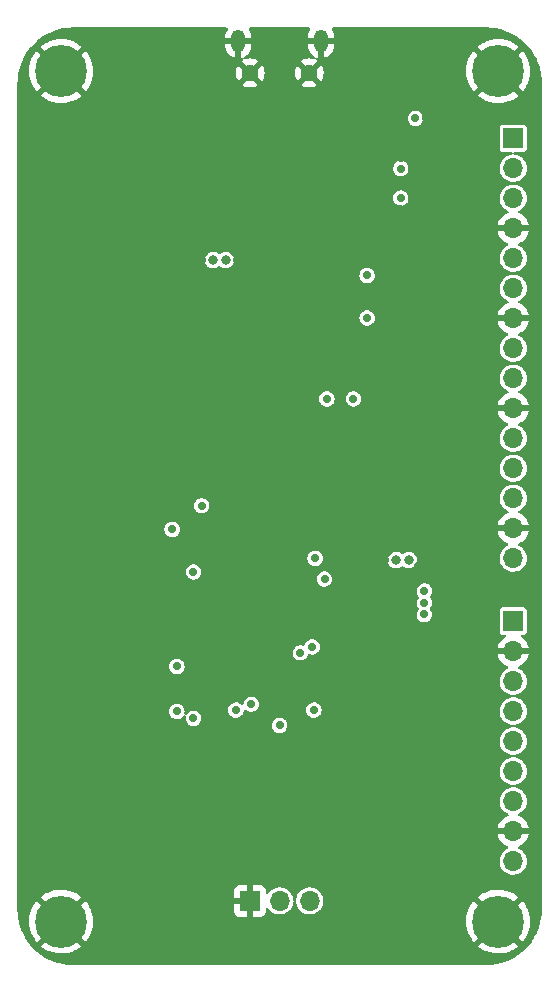
<source format=gbr>
%TF.GenerationSoftware,KiCad,Pcbnew,(6.0.9)*%
%TF.CreationDate,2022-12-01T17:51:06-05:00*%
%TF.ProjectId,cdh-devkit,6364682d-6465-4766-9b69-742e6b696361,rev?*%
%TF.SameCoordinates,Original*%
%TF.FileFunction,Copper,L3,Inr*%
%TF.FilePolarity,Positive*%
%FSLAX46Y46*%
G04 Gerber Fmt 4.6, Leading zero omitted, Abs format (unit mm)*
G04 Created by KiCad (PCBNEW (6.0.9)) date 2022-12-01 17:51:06*
%MOMM*%
%LPD*%
G01*
G04 APERTURE LIST*
%TA.AperFunction,ComponentPad*%
%ADD10C,1.450000*%
%TD*%
%TA.AperFunction,ComponentPad*%
%ADD11O,1.200000X1.900000*%
%TD*%
%TA.AperFunction,ComponentPad*%
%ADD12C,4.400000*%
%TD*%
%TA.AperFunction,ComponentPad*%
%ADD13R,1.700000X1.700000*%
%TD*%
%TA.AperFunction,ComponentPad*%
%ADD14O,1.700000X1.700000*%
%TD*%
%TA.AperFunction,ViaPad*%
%ADD15C,0.700000*%
%TD*%
%TA.AperFunction,ViaPad*%
%ADD16C,0.800000*%
%TD*%
G04 APERTURE END LIST*
D10*
%TO.N,GND*%
%TO.C,J4*%
X35000000Y-19152500D03*
D11*
X41000000Y-16452500D03*
D10*
X40000000Y-19152500D03*
D11*
X34000000Y-16452500D03*
%TD*%
D12*
%TO.N,GND*%
%TO.C,H1*%
X19000000Y-19000000D03*
%TD*%
D13*
%TO.N,+3.3V*%
%TO.C,J3*%
X57280262Y-65560000D03*
D14*
%TO.N,GND*%
X57280262Y-68100000D03*
%TO.N,GPIO_1*%
X57280262Y-70640000D03*
%TO.N,GPIO_2*%
X57280262Y-73180000D03*
%TO.N,GPIO_3*%
X57280262Y-75720000D03*
%TO.N,GPIO_4*%
X57280262Y-78260000D03*
%TO.N,GPIO_5*%
X57280262Y-80800000D03*
%TO.N,GND*%
X57280262Y-83340000D03*
%TO.N,+3.3V*%
X57280262Y-85880000D03*
%TD*%
D12*
%TO.N,GND*%
%TO.C,H2*%
X56000000Y-91000000D03*
%TD*%
%TO.N,GND*%
%TO.C,H4*%
X19000000Y-91000000D03*
%TD*%
D13*
%TO.N,GND*%
%TO.C,J1*%
X34975000Y-89250000D03*
D14*
%TO.N,SWCLK*%
X37515000Y-89250000D03*
%TO.N,SWDIO*%
X40055000Y-89250000D03*
%TD*%
D13*
%TO.N,+3.3V*%
%TO.C,J2*%
X57280262Y-24680000D03*
D14*
%TO.N,UART_TX*%
X57280262Y-27220000D03*
%TO.N,UART_RX*%
X57280262Y-29760000D03*
%TO.N,GND*%
X57280262Y-32300000D03*
%TO.N,CAN_TX*%
X57280262Y-34840000D03*
%TO.N,CAN_RX*%
X57280262Y-37380000D03*
%TO.N,GND*%
X57280262Y-39920000D03*
%TO.N,I2C_SCL*%
X57280262Y-42460000D03*
%TO.N,I2C_SDA*%
X57280262Y-45000000D03*
%TO.N,GND*%
X57280262Y-47540000D03*
%TO.N,SPI_MOSI*%
X57280262Y-50080000D03*
%TO.N,SPI_MISO*%
X57280262Y-52620000D03*
%TO.N,SPI_SCK*%
X57280262Y-55160000D03*
%TO.N,GND*%
X57280262Y-57700000D03*
%TO.N,+3.3V*%
X57280262Y-60240000D03*
%TD*%
D12*
%TO.N,GND*%
%TO.C,H3*%
X56000000Y-19000000D03*
%TD*%
D15*
%TO.N,GND*%
X47655378Y-30644622D03*
X45900000Y-29600000D03*
X42500000Y-29000000D03*
X41600000Y-29000000D03*
X30925497Y-35000000D03*
X33874503Y-35000000D03*
D16*
%TO.N,D+*%
X47375000Y-60400000D03*
%TO.N,D-*%
X48425000Y-60400000D03*
%TO.N,D+*%
X31875000Y-35000000D03*
%TO.N,D-*%
X32925000Y-35000000D03*
D15*
%TO.N,+3.3V*%
X28400000Y-57800000D03*
X28800000Y-69400000D03*
X28800000Y-73200000D03*
X30200000Y-61400000D03*
X30200000Y-73800000D03*
X35100000Y-72600000D03*
X40400000Y-73100000D03*
X30900000Y-55800000D03*
X37500000Y-74400000D03*
X44900000Y-39900000D03*
X33800000Y-73100000D03*
X44900000Y-36300000D03*
%TO.N,GND*%
X32600000Y-79900000D03*
X41250000Y-68250000D03*
X39600500Y-46788661D03*
X41500000Y-45600000D03*
X28900000Y-63200000D03*
X34250000Y-60250000D03*
X49899503Y-23000000D03*
X33750000Y-66000000D03*
X31500000Y-59500000D03*
X39250000Y-67000000D03*
X41400000Y-60900000D03*
X43750000Y-45600000D03*
X47750000Y-26350497D03*
X50600000Y-64500000D03*
X49227521Y-62267798D03*
X35000000Y-68500000D03*
X49241849Y-60884059D03*
X46425497Y-60400000D03*
X40750000Y-23500000D03*
%TO.N,UART_TX*%
X49750000Y-64000000D03*
X47750000Y-27250000D03*
%TO.N,UART_RX*%
X47750000Y-29750000D03*
X49750000Y-63000000D03*
%TO.N,I2C_SDA*%
X40250000Y-67750000D03*
X43750000Y-46750000D03*
%TO.N,I2C_SCL*%
X41500000Y-46750000D03*
X39250000Y-68250000D03*
%TO.N,SWDIO*%
X41300000Y-62000000D03*
%TO.N,SWCLK*%
X40500000Y-60250000D03*
%TO.N,/USB_NOE*%
X49750000Y-65000000D03*
X49000000Y-23000000D03*
%TD*%
%TA.AperFunction,Conductor*%
%TO.N,GND*%
G36*
X33047827Y-15320185D02*
G01*
X33093582Y-15372989D01*
X33103526Y-15442147D01*
X33084959Y-15491763D01*
X33022166Y-15589012D01*
X33016751Y-15599458D01*
X32942709Y-15783182D01*
X32939368Y-15794460D01*
X32901126Y-15990290D01*
X32900066Y-15999015D01*
X32900000Y-16001705D01*
X32900000Y-16184670D01*
X32904404Y-16199669D01*
X32905774Y-16200856D01*
X32913332Y-16202500D01*
X35082170Y-16202500D01*
X35097169Y-16198096D01*
X35098356Y-16196726D01*
X35100000Y-16189168D01*
X35100000Y-16053014D01*
X35099718Y-16047101D01*
X35085629Y-15899429D01*
X35083407Y-15887886D01*
X35027641Y-15697795D01*
X35023279Y-15686892D01*
X34932578Y-15510785D01*
X34923037Y-15495922D01*
X34924059Y-15495266D01*
X34900458Y-15436219D01*
X34913719Y-15367619D01*
X34961962Y-15317079D01*
X35023903Y-15300500D01*
X39980788Y-15300500D01*
X40047827Y-15320185D01*
X40093582Y-15372989D01*
X40103526Y-15442147D01*
X40084959Y-15491763D01*
X40022166Y-15589012D01*
X40016751Y-15599458D01*
X39942709Y-15783182D01*
X39939368Y-15794460D01*
X39901126Y-15990290D01*
X39900066Y-15999015D01*
X39900000Y-16001705D01*
X39900000Y-16184670D01*
X39904404Y-16199669D01*
X39905774Y-16200856D01*
X39913332Y-16202500D01*
X42082170Y-16202500D01*
X42097169Y-16198096D01*
X42098356Y-16196726D01*
X42100000Y-16189168D01*
X42100000Y-16053014D01*
X42099718Y-16047101D01*
X42085629Y-15899429D01*
X42083407Y-15887886D01*
X42027641Y-15697795D01*
X42023279Y-15686892D01*
X41932578Y-15510785D01*
X41923037Y-15495922D01*
X41924059Y-15495266D01*
X41900458Y-15436219D01*
X41913719Y-15367619D01*
X41961962Y-15317079D01*
X42023903Y-15300500D01*
X54962861Y-15300500D01*
X54984391Y-15302384D01*
X55000000Y-15305136D01*
X55010684Y-15303252D01*
X55015730Y-15303252D01*
X55034638Y-15302012D01*
X55372834Y-15316778D01*
X55404182Y-15318147D01*
X55414958Y-15319090D01*
X55441786Y-15322622D01*
X55810693Y-15371189D01*
X55821332Y-15373065D01*
X56211050Y-15459464D01*
X56221478Y-15462258D01*
X56602169Y-15582290D01*
X56612315Y-15585983D01*
X56981103Y-15738739D01*
X56990894Y-15743305D01*
X57344954Y-15927617D01*
X57354300Y-15933012D01*
X57690971Y-16147496D01*
X57699800Y-16153677D01*
X58016497Y-16396687D01*
X58024774Y-16403634D01*
X58070320Y-16445369D01*
X58319068Y-16673305D01*
X58326695Y-16680932D01*
X58488856Y-16857899D01*
X58596366Y-16975226D01*
X58603313Y-16983503D01*
X58846323Y-17300200D01*
X58852504Y-17309029D01*
X59066988Y-17645700D01*
X59072383Y-17655046D01*
X59256692Y-18009100D01*
X59261261Y-18018897D01*
X59401913Y-18358460D01*
X59414014Y-18387675D01*
X59417710Y-18397831D01*
X59521503Y-18727019D01*
X59537739Y-18778512D01*
X59540536Y-18788950D01*
X59615441Y-19126820D01*
X59626934Y-19178661D01*
X59628811Y-19189307D01*
X59653574Y-19377406D01*
X59680910Y-19585042D01*
X59681853Y-19595818D01*
X59691240Y-19810802D01*
X59697988Y-19965359D01*
X59696748Y-19984270D01*
X59696748Y-19989316D01*
X59694864Y-20000000D01*
X59696748Y-20010683D01*
X59697616Y-20015606D01*
X59699500Y-20037139D01*
X59699500Y-89962861D01*
X59697616Y-89984391D01*
X59694864Y-90000000D01*
X59696748Y-90010684D01*
X59696748Y-90015730D01*
X59697988Y-90034638D01*
X59685049Y-90330978D01*
X59681853Y-90404182D01*
X59680910Y-90414958D01*
X59651108Y-90641332D01*
X59628812Y-90810685D01*
X59626935Y-90821332D01*
X59574284Y-91058828D01*
X59540539Y-91211040D01*
X59537742Y-91221478D01*
X59494446Y-91358797D01*
X59417714Y-91602159D01*
X59414017Y-91612315D01*
X59379179Y-91696423D01*
X59261264Y-91981096D01*
X59256695Y-91990894D01*
X59072383Y-92344954D01*
X59066988Y-92354300D01*
X58852504Y-92690971D01*
X58846323Y-92699800D01*
X58603313Y-93016497D01*
X58596366Y-93024774D01*
X58326695Y-93319068D01*
X58319068Y-93326695D01*
X58219442Y-93417986D01*
X58024774Y-93596366D01*
X58016497Y-93603313D01*
X57699800Y-93846323D01*
X57690971Y-93852504D01*
X57354300Y-94066988D01*
X57344954Y-94072383D01*
X56990894Y-94256695D01*
X56981103Y-94261261D01*
X56612315Y-94414017D01*
X56602169Y-94417710D01*
X56221478Y-94537742D01*
X56211050Y-94540536D01*
X55821332Y-94626935D01*
X55810693Y-94628811D01*
X55441786Y-94677378D01*
X55414958Y-94680910D01*
X55404182Y-94681853D01*
X55372834Y-94683222D01*
X55034638Y-94697988D01*
X55015730Y-94696748D01*
X55010684Y-94696748D01*
X55000000Y-94694864D01*
X54984391Y-94697616D01*
X54962861Y-94699500D01*
X20037139Y-94699500D01*
X20015609Y-94697616D01*
X20000000Y-94694864D01*
X19989316Y-94696748D01*
X19984270Y-94696748D01*
X19965362Y-94697988D01*
X19627166Y-94683222D01*
X19595818Y-94681853D01*
X19585042Y-94680910D01*
X19558214Y-94677378D01*
X19189307Y-94628811D01*
X19178668Y-94626935D01*
X18788950Y-94540536D01*
X18778522Y-94537742D01*
X18397831Y-94417710D01*
X18387685Y-94414017D01*
X18018897Y-94261261D01*
X18009106Y-94256695D01*
X17655046Y-94072383D01*
X17645700Y-94066988D01*
X17309029Y-93852504D01*
X17300200Y-93846323D01*
X16983503Y-93603313D01*
X16975226Y-93596366D01*
X16780558Y-93417986D01*
X16680932Y-93326695D01*
X16673305Y-93319068D01*
X16452595Y-93078206D01*
X17281168Y-93078206D01*
X17288571Y-93088469D01*
X17430180Y-93202531D01*
X17436249Y-93206843D01*
X17706139Y-93375161D01*
X17712709Y-93378728D01*
X18000861Y-93513403D01*
X18007798Y-93516149D01*
X18310052Y-93615233D01*
X18317263Y-93617125D01*
X18629238Y-93679181D01*
X18636616Y-93680192D01*
X18953787Y-93704318D01*
X18961250Y-93704435D01*
X19279003Y-93690284D01*
X19286436Y-93689502D01*
X19600191Y-93637279D01*
X19607463Y-93635614D01*
X19912683Y-93546072D01*
X19919693Y-93543548D01*
X20211949Y-93417986D01*
X20218609Y-93414636D01*
X20493652Y-93254878D01*
X20499868Y-93250748D01*
X20712047Y-93090569D01*
X20720368Y-93079358D01*
X20719736Y-93078206D01*
X54281168Y-93078206D01*
X54288571Y-93088469D01*
X54430180Y-93202531D01*
X54436249Y-93206843D01*
X54706139Y-93375161D01*
X54712709Y-93378728D01*
X55000861Y-93513403D01*
X55007798Y-93516149D01*
X55310052Y-93615233D01*
X55317263Y-93617125D01*
X55629238Y-93679181D01*
X55636616Y-93680192D01*
X55953787Y-93704318D01*
X55961250Y-93704435D01*
X56279003Y-93690284D01*
X56286436Y-93689502D01*
X56600191Y-93637279D01*
X56607463Y-93635614D01*
X56912683Y-93546072D01*
X56919693Y-93543548D01*
X57211949Y-93417986D01*
X57218609Y-93414636D01*
X57493652Y-93254878D01*
X57499868Y-93250748D01*
X57712047Y-93090569D01*
X57720368Y-93079358D01*
X57713759Y-93067312D01*
X56012607Y-91366160D01*
X55998887Y-91358668D01*
X55997081Y-91358797D01*
X55990574Y-91362979D01*
X54288169Y-93065384D01*
X54281168Y-93078206D01*
X20719736Y-93078206D01*
X20713759Y-93067312D01*
X19012607Y-91366160D01*
X18998887Y-91358668D01*
X18997081Y-91358797D01*
X18990574Y-91362979D01*
X17288169Y-93065384D01*
X17281168Y-93078206D01*
X16452595Y-93078206D01*
X16403634Y-93024774D01*
X16396687Y-93016497D01*
X16153677Y-92699800D01*
X16147496Y-92690971D01*
X15933012Y-92354300D01*
X15927617Y-92344954D01*
X15743305Y-91990894D01*
X15738736Y-91981096D01*
X15620821Y-91696423D01*
X15585983Y-91612315D01*
X15582286Y-91602159D01*
X15505555Y-91358797D01*
X15462258Y-91221478D01*
X15459461Y-91211040D01*
X15425717Y-91058828D01*
X15407221Y-90975399D01*
X16295398Y-90975399D01*
X16311214Y-91293095D01*
X16312033Y-91300506D01*
X16365899Y-91613988D01*
X16367604Y-91621258D01*
X16458740Y-91925996D01*
X16461305Y-91933005D01*
X16588394Y-92224593D01*
X16591774Y-92231228D01*
X16752978Y-92505444D01*
X16757141Y-92511638D01*
X16909795Y-92711663D01*
X16921138Y-92719991D01*
X16933010Y-92713437D01*
X18633840Y-91012607D01*
X18640116Y-91001113D01*
X19358668Y-91001113D01*
X19358797Y-91002919D01*
X19362979Y-91009426D01*
X21065264Y-92711711D01*
X21078177Y-92718762D01*
X21088314Y-92711490D01*
X21194277Y-92581335D01*
X21198628Y-92575278D01*
X21368359Y-92306272D01*
X21371952Y-92299738D01*
X21508138Y-92012283D01*
X21510920Y-92005362D01*
X21611581Y-91703642D01*
X21613516Y-91696423D01*
X21677202Y-91384789D01*
X21678253Y-91377406D01*
X21704165Y-91058828D01*
X21704365Y-91054456D01*
X21704912Y-91002208D01*
X21704802Y-90997795D01*
X21703452Y-90975399D01*
X53295398Y-90975399D01*
X53311214Y-91293095D01*
X53312033Y-91300506D01*
X53365899Y-91613988D01*
X53367604Y-91621258D01*
X53458740Y-91925996D01*
X53461305Y-91933005D01*
X53588394Y-92224593D01*
X53591774Y-92231228D01*
X53752978Y-92505444D01*
X53757141Y-92511638D01*
X53909795Y-92711663D01*
X53921138Y-92719991D01*
X53933010Y-92713437D01*
X55633840Y-91012607D01*
X55640116Y-91001113D01*
X56358668Y-91001113D01*
X56358797Y-91002919D01*
X56362979Y-91009426D01*
X58065264Y-92711711D01*
X58078177Y-92718762D01*
X58088314Y-92711490D01*
X58194277Y-92581335D01*
X58198628Y-92575278D01*
X58368359Y-92306272D01*
X58371952Y-92299738D01*
X58508138Y-92012283D01*
X58510920Y-92005362D01*
X58611581Y-91703642D01*
X58613516Y-91696423D01*
X58677202Y-91384789D01*
X58678253Y-91377406D01*
X58704165Y-91058828D01*
X58704365Y-91054456D01*
X58704912Y-91002208D01*
X58704802Y-90997795D01*
X58685569Y-90678774D01*
X58684671Y-90671356D01*
X58627526Y-90358460D01*
X58625746Y-90351212D01*
X58531424Y-90047445D01*
X58528787Y-90040465D01*
X58398654Y-89750229D01*
X58395192Y-89743607D01*
X58231135Y-89471109D01*
X58226912Y-89464964D01*
X58089635Y-89288941D01*
X58078030Y-89280606D01*
X58066505Y-89287048D01*
X56366160Y-90987393D01*
X56358668Y-91001113D01*
X55640116Y-91001113D01*
X55641332Y-90998887D01*
X55641203Y-90997081D01*
X55637021Y-90990574D01*
X53934442Y-89287995D01*
X53921714Y-89281045D01*
X53911320Y-89288584D01*
X53789288Y-89441724D01*
X53784992Y-89447837D01*
X53618089Y-89718605D01*
X53614572Y-89725163D01*
X53481401Y-90014035D01*
X53478690Y-90020989D01*
X53381190Y-90323757D01*
X53379336Y-90330978D01*
X53318916Y-90643264D01*
X53317942Y-90650664D01*
X53295477Y-90967950D01*
X53295398Y-90975399D01*
X21703452Y-90975399D01*
X21685569Y-90678774D01*
X21684671Y-90671356D01*
X21627526Y-90358460D01*
X21625746Y-90351212D01*
X21561396Y-90143972D01*
X33625000Y-90143972D01*
X33625363Y-90150669D01*
X33630803Y-90200744D01*
X33634371Y-90215753D01*
X33678817Y-90334311D01*
X33687212Y-90349646D01*
X33762516Y-90450124D01*
X33774876Y-90462484D01*
X33875354Y-90537788D01*
X33890689Y-90546183D01*
X34009247Y-90590629D01*
X34024256Y-90594197D01*
X34074331Y-90599637D01*
X34081028Y-90600000D01*
X34707170Y-90600000D01*
X34722169Y-90595596D01*
X34723356Y-90594226D01*
X34725000Y-90586668D01*
X34725000Y-90582170D01*
X35225000Y-90582170D01*
X35229404Y-90597169D01*
X35230774Y-90598356D01*
X35238332Y-90600000D01*
X35868972Y-90600000D01*
X35875669Y-90599637D01*
X35925744Y-90594197D01*
X35940753Y-90590629D01*
X36059311Y-90546183D01*
X36074646Y-90537788D01*
X36175124Y-90462484D01*
X36187484Y-90450124D01*
X36262788Y-90349646D01*
X36271183Y-90334311D01*
X36315629Y-90215753D01*
X36319197Y-90200744D01*
X36324637Y-90150669D01*
X36325000Y-90143972D01*
X36325000Y-89950070D01*
X36344685Y-89883031D01*
X36397489Y-89837276D01*
X36466647Y-89827332D01*
X36530203Y-89856357D01*
X36550263Y-89878503D01*
X36568595Y-89904442D01*
X36628579Y-89989317D01*
X36636405Y-90000391D01*
X36640476Y-90004357D01*
X36640477Y-90004358D01*
X36677542Y-90040465D01*
X36787865Y-90147937D01*
X36792588Y-90151093D01*
X36792592Y-90151096D01*
X36863663Y-90198584D01*
X36963677Y-90265411D01*
X37157953Y-90348878D01*
X37168268Y-90351212D01*
X37358638Y-90394289D01*
X37358642Y-90394290D01*
X37364186Y-90395544D01*
X37490651Y-90400513D01*
X37569789Y-90403623D01*
X37569791Y-90403623D01*
X37575470Y-90403846D01*
X37581090Y-90403031D01*
X37581092Y-90403031D01*
X37779103Y-90374320D01*
X37779104Y-90374320D01*
X37784730Y-90373504D01*
X37829048Y-90358460D01*
X37979565Y-90307367D01*
X37979568Y-90307366D01*
X37984955Y-90305537D01*
X37989916Y-90302759D01*
X37989922Y-90302756D01*
X38145275Y-90215753D01*
X38169442Y-90202219D01*
X38332012Y-90067012D01*
X38354091Y-90040465D01*
X38463584Y-89908813D01*
X38463585Y-89908811D01*
X38467219Y-89904442D01*
X38553583Y-89750229D01*
X38567756Y-89724922D01*
X38567759Y-89724916D01*
X38570537Y-89719955D01*
X38601009Y-89630189D01*
X38636675Y-89525118D01*
X38638504Y-89519730D01*
X38640954Y-89502831D01*
X38662820Y-89352033D01*
X38691921Y-89288512D01*
X38745225Y-89254346D01*
X38825974Y-89254346D01*
X38879347Y-89288736D01*
X38908296Y-89352327D01*
X38909271Y-89361707D01*
X38913796Y-89430749D01*
X38965845Y-89635690D01*
X38968219Y-89640841D01*
X38968221Y-89640845D01*
X39006981Y-89724922D01*
X39054369Y-89827714D01*
X39057647Y-89832352D01*
X39168579Y-89989317D01*
X39176405Y-90000391D01*
X39180476Y-90004357D01*
X39180477Y-90004358D01*
X39217542Y-90040465D01*
X39327865Y-90147937D01*
X39332588Y-90151093D01*
X39332592Y-90151096D01*
X39403663Y-90198584D01*
X39503677Y-90265411D01*
X39697953Y-90348878D01*
X39708268Y-90351212D01*
X39898638Y-90394289D01*
X39898642Y-90394290D01*
X39904186Y-90395544D01*
X40030651Y-90400513D01*
X40109789Y-90403623D01*
X40109791Y-90403623D01*
X40115470Y-90403846D01*
X40121090Y-90403031D01*
X40121092Y-90403031D01*
X40319103Y-90374320D01*
X40319104Y-90374320D01*
X40324730Y-90373504D01*
X40369048Y-90358460D01*
X40519565Y-90307367D01*
X40519568Y-90307366D01*
X40524955Y-90305537D01*
X40529916Y-90302759D01*
X40529922Y-90302756D01*
X40685275Y-90215753D01*
X40709442Y-90202219D01*
X40872012Y-90067012D01*
X40894091Y-90040465D01*
X41003584Y-89908813D01*
X41003585Y-89908811D01*
X41007219Y-89904442D01*
X41093583Y-89750229D01*
X41107756Y-89724922D01*
X41107759Y-89724916D01*
X41110537Y-89719955D01*
X41141009Y-89630189D01*
X41176675Y-89525118D01*
X41178504Y-89519730D01*
X41208846Y-89310470D01*
X41210429Y-89250000D01*
X41191081Y-89039440D01*
X41157841Y-88921580D01*
X54280334Y-88921580D01*
X54286834Y-88933281D01*
X55987393Y-90633840D01*
X56001113Y-90641332D01*
X56002919Y-90641203D01*
X56009426Y-90637021D01*
X57712231Y-88934216D01*
X57719130Y-88921581D01*
X57711459Y-88911062D01*
X57546675Y-88781156D01*
X57540552Y-88776901D01*
X57268915Y-88611417D01*
X57262317Y-88607924D01*
X56972767Y-88476274D01*
X56965796Y-88473598D01*
X56662528Y-88377686D01*
X56655290Y-88375868D01*
X56342693Y-88317085D01*
X56335291Y-88316150D01*
X56017877Y-88295345D01*
X56010446Y-88295307D01*
X55692835Y-88312786D01*
X55685415Y-88313644D01*
X55372221Y-88369152D01*
X55364972Y-88370892D01*
X55060713Y-88463622D01*
X55053717Y-88466224D01*
X54762805Y-88594835D01*
X54756165Y-88598263D01*
X54482819Y-88760886D01*
X54476641Y-88765084D01*
X54288666Y-88910107D01*
X54280334Y-88921580D01*
X41157841Y-88921580D01*
X41133686Y-88835931D01*
X41040165Y-88646290D01*
X40913651Y-88476867D01*
X40909481Y-88473012D01*
X40909478Y-88473009D01*
X40845319Y-88413702D01*
X40758381Y-88333337D01*
X40732623Y-88317085D01*
X40584363Y-88223539D01*
X40584361Y-88223538D01*
X40579554Y-88220505D01*
X40383160Y-88142152D01*
X40377579Y-88141042D01*
X40377576Y-88141041D01*
X40279467Y-88121526D01*
X40175775Y-88100901D01*
X40170088Y-88100827D01*
X40170083Y-88100826D01*
X39970034Y-88098207D01*
X39970029Y-88098207D01*
X39964346Y-88098133D01*
X39958742Y-88099096D01*
X39958741Y-88099096D01*
X39761550Y-88132979D01*
X39761547Y-88132980D01*
X39755953Y-88133941D01*
X39557575Y-88207127D01*
X39552697Y-88210029D01*
X39552695Y-88210030D01*
X39380740Y-88312332D01*
X39380737Y-88312334D01*
X39375856Y-88315238D01*
X39216881Y-88454655D01*
X39213362Y-88459119D01*
X39213359Y-88459122D01*
X39195782Y-88481419D01*
X39085976Y-88620708D01*
X38987523Y-88807836D01*
X38985837Y-88813267D01*
X38985835Y-88813271D01*
X38952204Y-88921581D01*
X38924820Y-89009773D01*
X38907851Y-89153140D01*
X38880425Y-89217398D01*
X38825974Y-89254346D01*
X38745225Y-89254346D01*
X38745667Y-89254063D01*
X38693057Y-89222081D01*
X38662453Y-89159271D01*
X38661232Y-89149909D01*
X38651601Y-89045100D01*
X38651081Y-89039440D01*
X38593686Y-88835931D01*
X38500165Y-88646290D01*
X38373651Y-88476867D01*
X38369481Y-88473012D01*
X38369478Y-88473009D01*
X38305319Y-88413702D01*
X38218381Y-88333337D01*
X38192623Y-88317085D01*
X38044363Y-88223539D01*
X38044361Y-88223538D01*
X38039554Y-88220505D01*
X37843160Y-88142152D01*
X37837579Y-88141042D01*
X37837576Y-88141041D01*
X37739467Y-88121526D01*
X37635775Y-88100901D01*
X37630088Y-88100827D01*
X37630083Y-88100826D01*
X37430034Y-88098207D01*
X37430029Y-88098207D01*
X37424346Y-88098133D01*
X37418742Y-88099096D01*
X37418741Y-88099096D01*
X37221550Y-88132979D01*
X37221547Y-88132980D01*
X37215953Y-88133941D01*
X37017575Y-88207127D01*
X37012697Y-88210029D01*
X37012695Y-88210030D01*
X36840740Y-88312332D01*
X36840737Y-88312334D01*
X36835856Y-88315238D01*
X36676881Y-88454655D01*
X36546377Y-88620199D01*
X36489417Y-88660658D01*
X36419623Y-88663900D01*
X36359155Y-88628893D01*
X36327213Y-88566753D01*
X36325000Y-88543430D01*
X36325000Y-88356028D01*
X36324637Y-88349331D01*
X36319197Y-88299256D01*
X36315629Y-88284247D01*
X36271183Y-88165689D01*
X36262788Y-88150354D01*
X36187484Y-88049876D01*
X36175124Y-88037516D01*
X36074646Y-87962212D01*
X36059311Y-87953817D01*
X35940753Y-87909371D01*
X35925744Y-87905803D01*
X35875669Y-87900363D01*
X35868972Y-87900000D01*
X35242830Y-87900000D01*
X35227831Y-87904404D01*
X35226644Y-87905774D01*
X35225000Y-87913332D01*
X35225000Y-90582170D01*
X34725000Y-90582170D01*
X34725000Y-89517830D01*
X34720596Y-89502831D01*
X34719226Y-89501644D01*
X34711668Y-89500000D01*
X33642830Y-89500000D01*
X33627831Y-89504404D01*
X33626644Y-89505774D01*
X33625000Y-89513332D01*
X33625000Y-90143972D01*
X21561396Y-90143972D01*
X21531424Y-90047445D01*
X21528787Y-90040465D01*
X21398654Y-89750229D01*
X21395192Y-89743607D01*
X21231135Y-89471109D01*
X21226912Y-89464964D01*
X21089635Y-89288941D01*
X21078030Y-89280606D01*
X21066505Y-89287048D01*
X19366160Y-90987393D01*
X19358668Y-91001113D01*
X18640116Y-91001113D01*
X18641332Y-90998887D01*
X18641203Y-90997081D01*
X18637021Y-90990574D01*
X16934442Y-89287995D01*
X16921714Y-89281045D01*
X16911320Y-89288584D01*
X16789288Y-89441724D01*
X16784992Y-89447837D01*
X16618089Y-89718605D01*
X16614572Y-89725163D01*
X16481401Y-90014035D01*
X16478690Y-90020989D01*
X16381190Y-90323757D01*
X16379336Y-90330978D01*
X16318916Y-90643264D01*
X16317942Y-90650664D01*
X16295477Y-90967950D01*
X16295398Y-90975399D01*
X15407221Y-90975399D01*
X15373065Y-90821332D01*
X15371188Y-90810685D01*
X15348893Y-90641332D01*
X15319090Y-90414958D01*
X15318147Y-90404182D01*
X15314951Y-90330978D01*
X15302012Y-90034638D01*
X15303252Y-90015730D01*
X15303252Y-90010684D01*
X15305136Y-90000000D01*
X15302384Y-89984391D01*
X15300500Y-89962861D01*
X15300500Y-88921580D01*
X17280334Y-88921580D01*
X17286834Y-88933281D01*
X18987393Y-90633840D01*
X19001113Y-90641332D01*
X19002919Y-90641203D01*
X19009426Y-90637021D01*
X20664277Y-88982170D01*
X33625000Y-88982170D01*
X33629404Y-88997169D01*
X33630774Y-88998356D01*
X33638332Y-89000000D01*
X34707170Y-89000000D01*
X34722169Y-88995596D01*
X34723356Y-88994226D01*
X34725000Y-88986668D01*
X34725000Y-87917830D01*
X34720596Y-87902831D01*
X34719226Y-87901644D01*
X34711668Y-87900000D01*
X34081028Y-87900000D01*
X34074331Y-87900363D01*
X34024256Y-87905803D01*
X34009247Y-87909371D01*
X33890689Y-87953817D01*
X33875354Y-87962212D01*
X33774876Y-88037516D01*
X33762516Y-88049876D01*
X33687212Y-88150354D01*
X33678817Y-88165689D01*
X33634371Y-88284247D01*
X33630803Y-88299256D01*
X33625363Y-88349331D01*
X33625000Y-88356028D01*
X33625000Y-88982170D01*
X20664277Y-88982170D01*
X20712231Y-88934216D01*
X20719130Y-88921581D01*
X20711459Y-88911062D01*
X20546675Y-88781156D01*
X20540552Y-88776901D01*
X20268915Y-88611417D01*
X20262317Y-88607924D01*
X19972767Y-88476274D01*
X19965796Y-88473598D01*
X19662528Y-88377686D01*
X19655290Y-88375868D01*
X19342693Y-88317085D01*
X19335291Y-88316150D01*
X19017877Y-88295345D01*
X19010446Y-88295307D01*
X18692835Y-88312786D01*
X18685415Y-88313644D01*
X18372221Y-88369152D01*
X18364972Y-88370892D01*
X18060713Y-88463622D01*
X18053717Y-88466224D01*
X17762805Y-88594835D01*
X17756165Y-88598263D01*
X17482819Y-88760886D01*
X17476641Y-88765084D01*
X17288666Y-88910107D01*
X17280334Y-88921580D01*
X15300500Y-88921580D01*
X15300500Y-83602326D01*
X55952929Y-83602326D01*
X56005430Y-83798264D01*
X56009119Y-83808397D01*
X56104372Y-84012667D01*
X56109770Y-84022017D01*
X56239046Y-84206643D01*
X56245981Y-84214907D01*
X56405353Y-84374279D01*
X56413619Y-84381215D01*
X56598254Y-84510498D01*
X56607586Y-84515886D01*
X56799960Y-84605592D01*
X56852399Y-84651764D01*
X56871551Y-84718958D01*
X56851335Y-84785839D01*
X56798170Y-84831174D01*
X56790474Y-84834309D01*
X56782837Y-84837127D01*
X56777959Y-84840029D01*
X56777957Y-84840030D01*
X56606002Y-84942332D01*
X56605999Y-84942334D01*
X56601118Y-84945238D01*
X56442143Y-85084655D01*
X56438624Y-85089119D01*
X56438621Y-85089122D01*
X56421044Y-85111419D01*
X56311238Y-85250708D01*
X56212785Y-85437836D01*
X56150082Y-85639773D01*
X56149414Y-85645418D01*
X56149413Y-85645422D01*
X56125897Y-85844110D01*
X56125229Y-85849754D01*
X56125600Y-85855416D01*
X56125600Y-85855420D01*
X56127211Y-85880000D01*
X56139058Y-86060749D01*
X56191107Y-86265690D01*
X56193481Y-86270841D01*
X56193483Y-86270845D01*
X56232243Y-86354922D01*
X56279631Y-86457714D01*
X56401667Y-86630391D01*
X56553127Y-86777937D01*
X56557850Y-86781093D01*
X56557854Y-86781096D01*
X56628925Y-86828584D01*
X56728939Y-86895411D01*
X56923215Y-86978878D01*
X56986545Y-86993208D01*
X57123900Y-87024289D01*
X57123904Y-87024290D01*
X57129448Y-87025544D01*
X57255913Y-87030513D01*
X57335051Y-87033623D01*
X57335053Y-87033623D01*
X57340732Y-87033846D01*
X57346352Y-87033031D01*
X57346354Y-87033031D01*
X57544365Y-87004320D01*
X57544366Y-87004320D01*
X57549992Y-87003504D01*
X57629152Y-86976633D01*
X57744827Y-86937367D01*
X57744830Y-86937366D01*
X57750217Y-86935537D01*
X57755178Y-86932759D01*
X57755184Y-86932756D01*
X57861792Y-86873052D01*
X57934704Y-86832219D01*
X58097274Y-86697012D01*
X58100906Y-86692645D01*
X58228846Y-86538813D01*
X58228847Y-86538811D01*
X58232481Y-86534442D01*
X58278340Y-86452556D01*
X58333018Y-86354922D01*
X58333021Y-86354916D01*
X58335799Y-86349955D01*
X58366271Y-86260189D01*
X58401937Y-86155118D01*
X58403766Y-86149730D01*
X58434108Y-85940470D01*
X58435691Y-85880000D01*
X58416343Y-85669440D01*
X58358948Y-85465931D01*
X58265427Y-85276290D01*
X58138913Y-85106867D01*
X58134743Y-85103012D01*
X58134740Y-85103009D01*
X58070581Y-85043702D01*
X57983643Y-84963337D01*
X57804816Y-84850505D01*
X57764384Y-84834374D01*
X57709413Y-84791251D01*
X57686482Y-84725251D01*
X57702873Y-84657332D01*
X57757929Y-84606821D01*
X57952938Y-84515886D01*
X57962270Y-84510498D01*
X58146905Y-84381215D01*
X58155171Y-84374279D01*
X58314543Y-84214907D01*
X58321478Y-84206643D01*
X58450754Y-84022017D01*
X58456152Y-84012667D01*
X58551405Y-83808397D01*
X58555094Y-83798264D01*
X58606284Y-83607221D01*
X58605953Y-83593347D01*
X58598137Y-83590000D01*
X55967456Y-83590000D01*
X55954139Y-83593910D01*
X55952929Y-83602326D01*
X15300500Y-83602326D01*
X15300500Y-73193138D01*
X28144758Y-73193138D01*
X28145578Y-73200566D01*
X28145578Y-73200568D01*
X28153199Y-73269598D01*
X28162035Y-73349633D01*
X28164601Y-73356645D01*
X28164602Y-73356649D01*
X28193870Y-73436625D01*
X28216143Y-73497490D01*
X28303958Y-73628172D01*
X28333356Y-73654922D01*
X28414878Y-73729102D01*
X28414882Y-73729105D01*
X28420410Y-73734135D01*
X28426980Y-73737702D01*
X28426981Y-73737703D01*
X28552208Y-73805696D01*
X28558776Y-73809262D01*
X28654757Y-73834442D01*
X28703841Y-73847319D01*
X28703843Y-73847319D01*
X28711069Y-73849215D01*
X28788127Y-73850425D01*
X28861025Y-73851571D01*
X28861028Y-73851571D01*
X28868495Y-73851688D01*
X28875776Y-73850020D01*
X28875780Y-73850020D01*
X29014681Y-73818207D01*
X29021968Y-73816538D01*
X29162625Y-73745795D01*
X29168306Y-73740943D01*
X29168309Y-73740941D01*
X29276666Y-73648395D01*
X29276667Y-73648394D01*
X29282348Y-73643542D01*
X29339659Y-73563785D01*
X29394764Y-73520830D01*
X29464345Y-73514486D01*
X29526310Y-73546768D01*
X29560986Y-73607426D01*
X29563296Y-73652329D01*
X29544758Y-73793138D01*
X29545578Y-73800566D01*
X29545578Y-73800568D01*
X29558814Y-73920459D01*
X29562035Y-73949633D01*
X29564601Y-73956645D01*
X29564602Y-73956649D01*
X29571878Y-73976530D01*
X29616143Y-74097490D01*
X29703958Y-74228172D01*
X29757216Y-74276633D01*
X29814878Y-74329102D01*
X29814882Y-74329105D01*
X29820410Y-74334135D01*
X29826980Y-74337702D01*
X29826981Y-74337703D01*
X29952208Y-74405696D01*
X29958776Y-74409262D01*
X30061031Y-74436088D01*
X30103841Y-74447319D01*
X30103843Y-74447319D01*
X30111069Y-74449215D01*
X30188127Y-74450425D01*
X30261025Y-74451571D01*
X30261028Y-74451571D01*
X30268495Y-74451688D01*
X30275776Y-74450020D01*
X30275780Y-74450020D01*
X30414681Y-74418207D01*
X30421968Y-74416538D01*
X30468494Y-74393138D01*
X36844758Y-74393138D01*
X36845578Y-74400566D01*
X36845578Y-74400568D01*
X36850949Y-74449215D01*
X36862035Y-74549633D01*
X36864601Y-74556645D01*
X36864602Y-74556649D01*
X36871878Y-74576530D01*
X36916143Y-74697490D01*
X36920314Y-74703697D01*
X36987270Y-74803337D01*
X37003958Y-74828172D01*
X37026183Y-74848395D01*
X37114878Y-74929102D01*
X37114882Y-74929105D01*
X37120410Y-74934135D01*
X37126980Y-74937702D01*
X37126981Y-74937703D01*
X37141885Y-74945795D01*
X37258776Y-75009262D01*
X37361031Y-75036088D01*
X37403841Y-75047319D01*
X37403843Y-75047319D01*
X37411069Y-75049215D01*
X37488127Y-75050425D01*
X37561025Y-75051571D01*
X37561028Y-75051571D01*
X37568495Y-75051688D01*
X37575776Y-75050020D01*
X37575780Y-75050020D01*
X37714681Y-75018207D01*
X37721968Y-75016538D01*
X37862625Y-74945795D01*
X37868306Y-74940943D01*
X37868309Y-74940941D01*
X37976666Y-74848395D01*
X37976667Y-74848394D01*
X37982348Y-74843542D01*
X37993393Y-74828172D01*
X38026332Y-74782332D01*
X38074224Y-74715683D01*
X38132950Y-74569598D01*
X38134793Y-74556649D01*
X38154562Y-74417744D01*
X38154562Y-74417740D01*
X38155134Y-74413723D01*
X38155278Y-74400000D01*
X38149125Y-74349154D01*
X38137262Y-74251119D01*
X38137261Y-74251115D01*
X38136363Y-74243694D01*
X38118967Y-74197657D01*
X38083354Y-74103408D01*
X38083352Y-74103405D01*
X38080710Y-74096412D01*
X38070184Y-74081096D01*
X37995768Y-73972821D01*
X37995765Y-73972818D01*
X37991531Y-73966657D01*
X37873976Y-73861919D01*
X37734831Y-73788245D01*
X37582128Y-73749889D01*
X37500329Y-73749461D01*
X37432158Y-73749104D01*
X37432157Y-73749104D01*
X37424684Y-73749065D01*
X37417421Y-73750809D01*
X37417418Y-73750809D01*
X37348136Y-73767442D01*
X37271588Y-73785820D01*
X37131679Y-73858032D01*
X37013034Y-73961533D01*
X36922501Y-74090348D01*
X36919785Y-74097313D01*
X36919785Y-74097314D01*
X36906176Y-74132219D01*
X36865309Y-74237039D01*
X36844758Y-74393138D01*
X30468494Y-74393138D01*
X30562625Y-74345795D01*
X30568306Y-74340943D01*
X30568309Y-74340941D01*
X30676666Y-74248395D01*
X30676667Y-74248394D01*
X30682348Y-74243542D01*
X30692027Y-74230073D01*
X30719205Y-74192250D01*
X30774224Y-74115683D01*
X30832950Y-73969598D01*
X30834797Y-73956620D01*
X30854562Y-73817744D01*
X30854562Y-73817740D01*
X30855134Y-73813723D01*
X30855278Y-73800000D01*
X30853977Y-73789247D01*
X30837262Y-73651119D01*
X30837261Y-73651115D01*
X30836363Y-73643694D01*
X30798519Y-73543542D01*
X30783354Y-73503408D01*
X30783352Y-73503405D01*
X30780710Y-73496412D01*
X30739619Y-73436625D01*
X30695768Y-73372821D01*
X30695765Y-73372818D01*
X30691531Y-73366657D01*
X30573976Y-73261919D01*
X30434831Y-73188245D01*
X30282128Y-73149889D01*
X30200329Y-73149461D01*
X30132158Y-73149104D01*
X30132157Y-73149104D01*
X30124684Y-73149065D01*
X30117421Y-73150809D01*
X30117418Y-73150809D01*
X30048136Y-73167442D01*
X29971588Y-73185820D01*
X29831679Y-73258032D01*
X29713034Y-73361533D01*
X29660257Y-73436626D01*
X29605606Y-73480155D01*
X29536095Y-73487227D01*
X29473795Y-73455596D01*
X29438487Y-73395304D01*
X29436045Y-73347854D01*
X29454562Y-73217746D01*
X29454563Y-73217738D01*
X29455134Y-73213723D01*
X29455278Y-73200000D01*
X29453977Y-73189247D01*
X29442347Y-73093138D01*
X33144758Y-73093138D01*
X33145578Y-73100566D01*
X33145578Y-73100568D01*
X33156618Y-73200568D01*
X33162035Y-73249633D01*
X33164601Y-73256645D01*
X33164602Y-73256649D01*
X33168351Y-73266893D01*
X33216143Y-73397490D01*
X33303958Y-73528172D01*
X33343096Y-73563785D01*
X33414878Y-73629102D01*
X33414882Y-73629105D01*
X33420410Y-73634135D01*
X33426980Y-73637702D01*
X33426981Y-73637703D01*
X33552208Y-73705696D01*
X33558776Y-73709262D01*
X33653587Y-73734135D01*
X33703841Y-73747319D01*
X33703843Y-73747319D01*
X33711069Y-73749215D01*
X33788127Y-73750425D01*
X33861025Y-73751571D01*
X33861028Y-73751571D01*
X33868495Y-73751688D01*
X33875776Y-73750020D01*
X33875780Y-73750020D01*
X34014681Y-73718207D01*
X34021968Y-73716538D01*
X34162625Y-73645795D01*
X34168306Y-73640943D01*
X34168309Y-73640941D01*
X34276666Y-73548395D01*
X34276667Y-73548394D01*
X34282348Y-73543542D01*
X34293393Y-73528172D01*
X34327896Y-73480155D01*
X34374224Y-73415683D01*
X34432950Y-73269598D01*
X34435736Y-73250020D01*
X34449979Y-73149946D01*
X34478913Y-73086349D01*
X34537637Y-73048491D01*
X34607507Y-73048391D01*
X34656195Y-73075704D01*
X34714878Y-73129102D01*
X34714882Y-73129105D01*
X34720410Y-73134135D01*
X34726980Y-73137702D01*
X34726981Y-73137703D01*
X34852208Y-73205696D01*
X34858776Y-73209262D01*
X34961031Y-73236088D01*
X35003841Y-73247319D01*
X35003843Y-73247319D01*
X35011069Y-73249215D01*
X35088127Y-73250425D01*
X35161025Y-73251571D01*
X35161028Y-73251571D01*
X35168495Y-73251688D01*
X35175776Y-73250020D01*
X35175780Y-73250020D01*
X35314681Y-73218207D01*
X35321968Y-73216538D01*
X35462625Y-73145795D01*
X35468306Y-73140943D01*
X35468309Y-73140941D01*
X35524279Y-73093138D01*
X39744758Y-73093138D01*
X39745578Y-73100566D01*
X39745578Y-73100568D01*
X39756618Y-73200568D01*
X39762035Y-73249633D01*
X39764601Y-73256645D01*
X39764602Y-73256649D01*
X39768351Y-73266893D01*
X39816143Y-73397490D01*
X39903958Y-73528172D01*
X39943096Y-73563785D01*
X40014878Y-73629102D01*
X40014882Y-73629105D01*
X40020410Y-73634135D01*
X40026980Y-73637702D01*
X40026981Y-73637703D01*
X40152208Y-73705696D01*
X40158776Y-73709262D01*
X40253587Y-73734135D01*
X40303841Y-73747319D01*
X40303843Y-73747319D01*
X40311069Y-73749215D01*
X40388127Y-73750425D01*
X40461025Y-73751571D01*
X40461028Y-73751571D01*
X40468495Y-73751688D01*
X40475776Y-73750020D01*
X40475780Y-73750020D01*
X40614681Y-73718207D01*
X40621968Y-73716538D01*
X40762625Y-73645795D01*
X40768306Y-73640943D01*
X40768309Y-73640941D01*
X40876666Y-73548395D01*
X40876667Y-73548394D01*
X40882348Y-73543542D01*
X40893393Y-73528172D01*
X40927896Y-73480155D01*
X40974224Y-73415683D01*
X41032950Y-73269598D01*
X41035516Y-73251571D01*
X41054562Y-73117744D01*
X41054562Y-73117740D01*
X41055134Y-73113723D01*
X41055278Y-73100000D01*
X41048446Y-73043542D01*
X41037262Y-72951119D01*
X41037261Y-72951115D01*
X41036363Y-72943694D01*
X40980710Y-72796412D01*
X40972337Y-72784229D01*
X40895768Y-72672821D01*
X40895765Y-72672818D01*
X40891531Y-72666657D01*
X40812191Y-72595967D01*
X40779559Y-72566893D01*
X40779558Y-72566892D01*
X40773976Y-72561919D01*
X40634831Y-72488245D01*
X40482128Y-72449889D01*
X40400329Y-72449461D01*
X40332158Y-72449104D01*
X40332157Y-72449104D01*
X40324684Y-72449065D01*
X40317421Y-72450809D01*
X40317418Y-72450809D01*
X40248136Y-72467443D01*
X40171588Y-72485820D01*
X40031679Y-72558032D01*
X40026048Y-72562945D01*
X40026047Y-72562945D01*
X40004900Y-72581393D01*
X39913034Y-72661533D01*
X39822501Y-72790348D01*
X39765309Y-72937039D01*
X39744758Y-73093138D01*
X35524279Y-73093138D01*
X35576666Y-73048395D01*
X35576667Y-73048394D01*
X35582348Y-73043542D01*
X35592027Y-73030073D01*
X35631528Y-72975101D01*
X35674224Y-72915683D01*
X35732950Y-72769598D01*
X35734098Y-72761533D01*
X35754562Y-72617744D01*
X35754562Y-72617740D01*
X35755134Y-72613723D01*
X35755278Y-72600000D01*
X35753977Y-72589247D01*
X35737262Y-72451119D01*
X35737261Y-72451115D01*
X35736363Y-72443694D01*
X35722447Y-72406867D01*
X35683354Y-72303408D01*
X35683352Y-72303405D01*
X35680710Y-72296412D01*
X35655892Y-72260302D01*
X35595768Y-72172821D01*
X35595765Y-72172818D01*
X35591531Y-72166657D01*
X35545251Y-72125423D01*
X35479559Y-72066893D01*
X35479558Y-72066892D01*
X35473976Y-72061919D01*
X35334831Y-71988245D01*
X35182128Y-71949889D01*
X35100329Y-71949461D01*
X35032158Y-71949104D01*
X35032157Y-71949104D01*
X35024684Y-71949065D01*
X35017421Y-71950809D01*
X35017418Y-71950809D01*
X34948136Y-71967442D01*
X34871588Y-71985820D01*
X34731679Y-72058032D01*
X34726048Y-72062945D01*
X34726047Y-72062945D01*
X34715493Y-72072152D01*
X34613034Y-72161533D01*
X34522501Y-72290348D01*
X34465309Y-72437039D01*
X34450577Y-72548937D01*
X34422312Y-72612832D01*
X34363988Y-72651303D01*
X34294123Y-72652135D01*
X34245150Y-72625333D01*
X34179559Y-72566893D01*
X34179558Y-72566892D01*
X34173976Y-72561919D01*
X34034831Y-72488245D01*
X33882128Y-72449889D01*
X33800329Y-72449461D01*
X33732158Y-72449104D01*
X33732157Y-72449104D01*
X33724684Y-72449065D01*
X33717421Y-72450809D01*
X33717418Y-72450809D01*
X33648136Y-72467443D01*
X33571588Y-72485820D01*
X33431679Y-72558032D01*
X33426048Y-72562945D01*
X33426047Y-72562945D01*
X33404900Y-72581393D01*
X33313034Y-72661533D01*
X33222501Y-72790348D01*
X33165309Y-72937039D01*
X33144758Y-73093138D01*
X29442347Y-73093138D01*
X29437262Y-73051119D01*
X29437261Y-73051115D01*
X29436363Y-73043694D01*
X29401382Y-72951119D01*
X29383354Y-72903408D01*
X29383352Y-72903405D01*
X29380710Y-72896412D01*
X29316790Y-72803408D01*
X29295768Y-72772821D01*
X29295765Y-72772818D01*
X29291531Y-72766657D01*
X29186212Y-72672821D01*
X29179559Y-72666893D01*
X29179558Y-72666892D01*
X29173976Y-72661919D01*
X29034831Y-72588245D01*
X28905450Y-72555747D01*
X28889378Y-72551710D01*
X28882128Y-72549889D01*
X28800329Y-72549461D01*
X28732158Y-72549104D01*
X28732157Y-72549104D01*
X28724684Y-72549065D01*
X28717421Y-72550809D01*
X28717418Y-72550809D01*
X28671143Y-72561919D01*
X28571588Y-72585820D01*
X28431679Y-72658032D01*
X28313034Y-72761533D01*
X28222501Y-72890348D01*
X28165309Y-73037039D01*
X28144758Y-73193138D01*
X15300500Y-73193138D01*
X15300500Y-69393138D01*
X28144758Y-69393138D01*
X28145578Y-69400566D01*
X28145578Y-69400568D01*
X28154927Y-69485251D01*
X28162035Y-69549633D01*
X28164601Y-69556645D01*
X28164602Y-69556649D01*
X28183541Y-69608401D01*
X28216143Y-69697490D01*
X28303958Y-69828172D01*
X28346483Y-69866867D01*
X28414878Y-69929102D01*
X28414882Y-69929105D01*
X28420410Y-69934135D01*
X28558776Y-70009262D01*
X28644431Y-70031733D01*
X28703841Y-70047319D01*
X28703843Y-70047319D01*
X28711069Y-70049215D01*
X28788127Y-70050425D01*
X28861025Y-70051571D01*
X28861028Y-70051571D01*
X28868495Y-70051688D01*
X28875776Y-70050020D01*
X28875780Y-70050020D01*
X29014681Y-70018207D01*
X29021968Y-70016538D01*
X29162625Y-69945795D01*
X29168306Y-69940943D01*
X29168309Y-69940941D01*
X29276666Y-69848395D01*
X29276667Y-69848394D01*
X29282348Y-69843542D01*
X29293393Y-69828172D01*
X29368724Y-69723337D01*
X29374224Y-69715683D01*
X29432950Y-69569598D01*
X29435561Y-69551251D01*
X29454562Y-69417744D01*
X29454562Y-69417740D01*
X29455134Y-69413723D01*
X29455278Y-69400000D01*
X29436363Y-69243694D01*
X29380710Y-69096412D01*
X29372337Y-69084229D01*
X29295768Y-68972821D01*
X29295765Y-68972818D01*
X29291531Y-68966657D01*
X29218480Y-68901571D01*
X29179559Y-68866893D01*
X29179558Y-68866892D01*
X29173976Y-68861919D01*
X29034831Y-68788245D01*
X28882128Y-68749889D01*
X28800329Y-68749461D01*
X28732158Y-68749104D01*
X28732157Y-68749104D01*
X28724684Y-68749065D01*
X28717421Y-68750809D01*
X28717418Y-68750809D01*
X28648136Y-68767443D01*
X28571588Y-68785820D01*
X28431679Y-68858032D01*
X28313034Y-68961533D01*
X28222501Y-69090348D01*
X28165309Y-69237039D01*
X28144758Y-69393138D01*
X15300500Y-69393138D01*
X15300500Y-68243138D01*
X38594758Y-68243138D01*
X38595578Y-68250566D01*
X38595578Y-68250568D01*
X38606925Y-68353347D01*
X38612035Y-68399633D01*
X38666143Y-68547490D01*
X38753958Y-68678172D01*
X38776183Y-68698395D01*
X38864878Y-68779102D01*
X38864882Y-68779105D01*
X38870410Y-68784135D01*
X38876980Y-68787702D01*
X38876981Y-68787703D01*
X38879825Y-68789247D01*
X39008776Y-68859262D01*
X39111031Y-68886088D01*
X39153841Y-68897319D01*
X39153843Y-68897319D01*
X39161069Y-68899215D01*
X39238127Y-68900425D01*
X39311025Y-68901571D01*
X39311028Y-68901571D01*
X39318495Y-68901688D01*
X39325776Y-68900020D01*
X39325780Y-68900020D01*
X39464681Y-68868207D01*
X39471968Y-68866538D01*
X39612625Y-68795795D01*
X39618306Y-68790943D01*
X39618309Y-68790941D01*
X39726666Y-68698395D01*
X39726667Y-68698394D01*
X39732348Y-68693542D01*
X39743393Y-68678172D01*
X39763798Y-68649775D01*
X39824224Y-68565683D01*
X39876120Y-68436589D01*
X39919390Y-68381730D01*
X39985449Y-68358972D01*
X40022637Y-68362899D01*
X40116894Y-68387626D01*
X40161069Y-68399215D01*
X40238127Y-68400425D01*
X40311025Y-68401571D01*
X40311028Y-68401571D01*
X40318495Y-68401688D01*
X40325776Y-68400020D01*
X40325780Y-68400020D01*
X40464681Y-68368207D01*
X40471968Y-68366538D01*
X40480343Y-68362326D01*
X55952929Y-68362326D01*
X56005430Y-68558264D01*
X56009119Y-68568397D01*
X56104372Y-68772667D01*
X56109770Y-68782017D01*
X56239046Y-68966643D01*
X56245981Y-68974907D01*
X56405353Y-69134279D01*
X56413619Y-69141215D01*
X56598254Y-69270498D01*
X56607586Y-69275886D01*
X56799960Y-69365592D01*
X56852399Y-69411764D01*
X56871551Y-69478958D01*
X56851335Y-69545839D01*
X56798170Y-69591174D01*
X56790474Y-69594309D01*
X56782837Y-69597127D01*
X56777959Y-69600029D01*
X56777957Y-69600030D01*
X56606002Y-69702332D01*
X56605999Y-69702334D01*
X56601118Y-69705238D01*
X56442143Y-69844655D01*
X56438624Y-69849119D01*
X56438621Y-69849122D01*
X56421044Y-69871419D01*
X56311238Y-70010708D01*
X56212785Y-70197836D01*
X56150082Y-70399773D01*
X56149414Y-70405418D01*
X56149413Y-70405422D01*
X56125897Y-70604110D01*
X56125229Y-70609754D01*
X56125600Y-70615416D01*
X56125600Y-70615420D01*
X56127211Y-70640000D01*
X56139058Y-70820749D01*
X56191107Y-71025690D01*
X56193481Y-71030841D01*
X56193483Y-71030845D01*
X56232243Y-71114922D01*
X56279631Y-71217714D01*
X56401667Y-71390391D01*
X56553127Y-71537937D01*
X56557850Y-71541093D01*
X56557854Y-71541096D01*
X56628925Y-71588584D01*
X56728939Y-71655411D01*
X56923215Y-71738878D01*
X56986545Y-71753208D01*
X57123900Y-71784289D01*
X57123904Y-71784290D01*
X57129448Y-71785544D01*
X57148590Y-71786296D01*
X57214805Y-71808596D01*
X57258452Y-71863156D01*
X57265674Y-71932651D01*
X57234176Y-71995018D01*
X57173961Y-72030457D01*
X57164722Y-72032409D01*
X56986812Y-72062979D01*
X56986809Y-72062980D01*
X56981215Y-72063941D01*
X56782837Y-72137127D01*
X56777959Y-72140029D01*
X56777957Y-72140030D01*
X56606002Y-72242332D01*
X56605999Y-72242334D01*
X56601118Y-72245238D01*
X56442143Y-72384655D01*
X56438624Y-72389119D01*
X56438621Y-72389122D01*
X56395001Y-72444454D01*
X56311238Y-72550708D01*
X56212785Y-72737836D01*
X56211099Y-72743267D01*
X56211097Y-72743271D01*
X56192424Y-72803408D01*
X56150082Y-72939773D01*
X56149414Y-72945418D01*
X56149413Y-72945422D01*
X56129018Y-73117744D01*
X56125229Y-73149754D01*
X56125600Y-73155416D01*
X56125600Y-73155420D01*
X56130936Y-73236831D01*
X56139058Y-73360749D01*
X56191107Y-73565690D01*
X56193481Y-73570841D01*
X56193483Y-73570845D01*
X56276084Y-73750020D01*
X56279631Y-73757714D01*
X56282909Y-73762352D01*
X56350804Y-73858421D01*
X56401667Y-73930391D01*
X56405738Y-73934357D01*
X56405739Y-73934358D01*
X56449030Y-73976530D01*
X56553127Y-74077937D01*
X56557850Y-74081093D01*
X56557854Y-74081096D01*
X56628925Y-74128584D01*
X56728939Y-74195411D01*
X56923215Y-74278878D01*
X56986545Y-74293208D01*
X57123900Y-74324289D01*
X57123904Y-74324290D01*
X57129448Y-74325544D01*
X57148590Y-74326296D01*
X57214805Y-74348596D01*
X57258452Y-74403156D01*
X57265674Y-74472651D01*
X57234176Y-74535018D01*
X57173961Y-74570457D01*
X57164722Y-74572409D01*
X56986812Y-74602979D01*
X56986809Y-74602980D01*
X56981215Y-74603941D01*
X56782837Y-74677127D01*
X56777959Y-74680029D01*
X56777957Y-74680030D01*
X56606002Y-74782332D01*
X56605999Y-74782334D01*
X56601118Y-74785238D01*
X56442143Y-74924655D01*
X56438624Y-74929119D01*
X56438621Y-74929122D01*
X56421044Y-74951419D01*
X56311238Y-75090708D01*
X56212785Y-75277836D01*
X56150082Y-75479773D01*
X56149414Y-75485418D01*
X56149413Y-75485422D01*
X56125897Y-75684110D01*
X56125229Y-75689754D01*
X56125600Y-75695416D01*
X56125600Y-75695420D01*
X56127211Y-75720000D01*
X56139058Y-75900749D01*
X56191107Y-76105690D01*
X56193481Y-76110841D01*
X56193483Y-76110845D01*
X56232243Y-76194922D01*
X56279631Y-76297714D01*
X56401667Y-76470391D01*
X56553127Y-76617937D01*
X56557850Y-76621093D01*
X56557854Y-76621096D01*
X56628925Y-76668584D01*
X56728939Y-76735411D01*
X56923215Y-76818878D01*
X56986545Y-76833208D01*
X57123900Y-76864289D01*
X57123904Y-76864290D01*
X57129448Y-76865544D01*
X57148590Y-76866296D01*
X57214805Y-76888596D01*
X57258452Y-76943156D01*
X57265674Y-77012651D01*
X57234176Y-77075018D01*
X57173961Y-77110457D01*
X57164722Y-77112409D01*
X56986812Y-77142979D01*
X56986809Y-77142980D01*
X56981215Y-77143941D01*
X56782837Y-77217127D01*
X56777959Y-77220029D01*
X56777957Y-77220030D01*
X56606002Y-77322332D01*
X56605999Y-77322334D01*
X56601118Y-77325238D01*
X56442143Y-77464655D01*
X56438624Y-77469119D01*
X56438621Y-77469122D01*
X56421044Y-77491419D01*
X56311238Y-77630708D01*
X56212785Y-77817836D01*
X56150082Y-78019773D01*
X56149414Y-78025418D01*
X56149413Y-78025422D01*
X56125897Y-78224110D01*
X56125229Y-78229754D01*
X56125600Y-78235416D01*
X56125600Y-78235420D01*
X56127211Y-78260000D01*
X56139058Y-78440749D01*
X56191107Y-78645690D01*
X56193481Y-78650841D01*
X56193483Y-78650845D01*
X56232243Y-78734922D01*
X56279631Y-78837714D01*
X56401667Y-79010391D01*
X56553127Y-79157937D01*
X56557850Y-79161093D01*
X56557854Y-79161096D01*
X56628925Y-79208584D01*
X56728939Y-79275411D01*
X56923215Y-79358878D01*
X56986545Y-79373208D01*
X57123900Y-79404289D01*
X57123904Y-79404290D01*
X57129448Y-79405544D01*
X57148590Y-79406296D01*
X57214805Y-79428596D01*
X57258452Y-79483156D01*
X57265674Y-79552651D01*
X57234176Y-79615018D01*
X57173961Y-79650457D01*
X57164722Y-79652409D01*
X56986812Y-79682979D01*
X56986809Y-79682980D01*
X56981215Y-79683941D01*
X56782837Y-79757127D01*
X56777959Y-79760029D01*
X56777957Y-79760030D01*
X56606002Y-79862332D01*
X56605999Y-79862334D01*
X56601118Y-79865238D01*
X56442143Y-80004655D01*
X56438624Y-80009119D01*
X56438621Y-80009122D01*
X56421044Y-80031419D01*
X56311238Y-80170708D01*
X56212785Y-80357836D01*
X56150082Y-80559773D01*
X56149414Y-80565418D01*
X56149413Y-80565422D01*
X56125897Y-80764110D01*
X56125229Y-80769754D01*
X56125600Y-80775416D01*
X56125600Y-80775420D01*
X56127211Y-80800000D01*
X56139058Y-80980749D01*
X56191107Y-81185690D01*
X56193481Y-81190841D01*
X56193483Y-81190845D01*
X56232243Y-81274922D01*
X56279631Y-81377714D01*
X56401667Y-81550391D01*
X56553127Y-81697937D01*
X56557850Y-81701093D01*
X56557854Y-81701096D01*
X56628925Y-81748584D01*
X56728939Y-81815411D01*
X56734165Y-81817656D01*
X56734170Y-81817659D01*
X56800584Y-81846192D01*
X56854410Y-81890741D01*
X56875605Y-81957318D01*
X56857442Y-82024785D01*
X56804042Y-82072504D01*
X56607595Y-82164110D01*
X56598245Y-82169508D01*
X56413619Y-82298784D01*
X56405355Y-82305719D01*
X56245981Y-82465093D01*
X56239046Y-82473357D01*
X56109770Y-82657983D01*
X56104372Y-82667333D01*
X56009119Y-82871603D01*
X56005430Y-82881736D01*
X55954240Y-83072779D01*
X55954571Y-83086653D01*
X55962387Y-83090000D01*
X58593068Y-83090000D01*
X58606385Y-83086090D01*
X58607595Y-83077674D01*
X58555094Y-82881736D01*
X58551405Y-82871603D01*
X58456152Y-82667333D01*
X58450754Y-82657983D01*
X58321478Y-82473357D01*
X58314543Y-82465093D01*
X58155171Y-82305721D01*
X58146905Y-82298785D01*
X57962270Y-82169502D01*
X57952938Y-82164114D01*
X57761040Y-82074630D01*
X57708601Y-82028458D01*
X57689449Y-81961264D01*
X57709665Y-81894383D01*
X57752856Y-81854059D01*
X57934704Y-81752219D01*
X58097274Y-81617012D01*
X58100906Y-81612645D01*
X58228846Y-81458813D01*
X58228847Y-81458811D01*
X58232481Y-81454442D01*
X58278340Y-81372556D01*
X58333018Y-81274922D01*
X58333021Y-81274916D01*
X58335799Y-81269955D01*
X58366271Y-81180189D01*
X58401937Y-81075118D01*
X58403766Y-81069730D01*
X58434108Y-80860470D01*
X58435691Y-80800000D01*
X58416343Y-80589440D01*
X58358948Y-80385931D01*
X58265427Y-80196290D01*
X58138913Y-80026867D01*
X58134743Y-80023012D01*
X58134740Y-80023009D01*
X58070581Y-79963702D01*
X57983643Y-79883337D01*
X57804816Y-79770505D01*
X57608422Y-79692152D01*
X57602841Y-79691042D01*
X57602838Y-79691041D01*
X57406617Y-79652011D01*
X57406618Y-79652011D01*
X57401037Y-79650901D01*
X57401006Y-79650901D01*
X57338090Y-79625019D01*
X57298103Y-79567723D01*
X57295440Y-79497904D01*
X57330946Y-79437729D01*
X57397868Y-79405562D01*
X57544365Y-79384320D01*
X57544366Y-79384320D01*
X57549992Y-79383504D01*
X57629152Y-79356633D01*
X57744827Y-79317367D01*
X57744830Y-79317366D01*
X57750217Y-79315537D01*
X57755178Y-79312759D01*
X57755184Y-79312756D01*
X57861792Y-79253052D01*
X57934704Y-79212219D01*
X58097274Y-79077012D01*
X58100906Y-79072645D01*
X58228846Y-78918813D01*
X58228847Y-78918811D01*
X58232481Y-78914442D01*
X58278340Y-78832556D01*
X58333018Y-78734922D01*
X58333021Y-78734916D01*
X58335799Y-78729955D01*
X58366271Y-78640189D01*
X58401937Y-78535118D01*
X58403766Y-78529730D01*
X58434108Y-78320470D01*
X58435691Y-78260000D01*
X58416343Y-78049440D01*
X58358948Y-77845931D01*
X58265427Y-77656290D01*
X58138913Y-77486867D01*
X58134743Y-77483012D01*
X58134740Y-77483009D01*
X58070581Y-77423702D01*
X57983643Y-77343337D01*
X57804816Y-77230505D01*
X57608422Y-77152152D01*
X57602841Y-77151042D01*
X57602838Y-77151041D01*
X57406617Y-77112011D01*
X57406618Y-77112011D01*
X57401037Y-77110901D01*
X57401006Y-77110901D01*
X57338090Y-77085019D01*
X57298103Y-77027723D01*
X57295440Y-76957904D01*
X57330946Y-76897729D01*
X57397868Y-76865562D01*
X57544365Y-76844320D01*
X57544366Y-76844320D01*
X57549992Y-76843504D01*
X57629152Y-76816633D01*
X57744827Y-76777367D01*
X57744830Y-76777366D01*
X57750217Y-76775537D01*
X57755178Y-76772759D01*
X57755184Y-76772756D01*
X57861792Y-76713052D01*
X57934704Y-76672219D01*
X58097274Y-76537012D01*
X58100906Y-76532645D01*
X58228846Y-76378813D01*
X58228847Y-76378811D01*
X58232481Y-76374442D01*
X58278340Y-76292556D01*
X58333018Y-76194922D01*
X58333021Y-76194916D01*
X58335799Y-76189955D01*
X58366271Y-76100189D01*
X58401937Y-75995118D01*
X58403766Y-75989730D01*
X58434108Y-75780470D01*
X58435691Y-75720000D01*
X58416343Y-75509440D01*
X58358948Y-75305931D01*
X58265427Y-75116290D01*
X58138913Y-74946867D01*
X58134743Y-74943012D01*
X58134740Y-74943009D01*
X58070581Y-74883702D01*
X57983643Y-74803337D01*
X57950352Y-74782332D01*
X57809625Y-74693539D01*
X57809623Y-74693538D01*
X57804816Y-74690505D01*
X57608422Y-74612152D01*
X57602841Y-74611042D01*
X57602838Y-74611041D01*
X57406617Y-74572011D01*
X57406618Y-74572011D01*
X57401037Y-74570901D01*
X57401006Y-74570901D01*
X57338090Y-74545019D01*
X57298103Y-74487723D01*
X57295440Y-74417904D01*
X57330946Y-74357729D01*
X57397868Y-74325562D01*
X57544365Y-74304320D01*
X57544366Y-74304320D01*
X57549992Y-74303504D01*
X57629152Y-74276633D01*
X57744827Y-74237367D01*
X57744830Y-74237366D01*
X57750217Y-74235537D01*
X57755178Y-74232759D01*
X57755184Y-74232756D01*
X57861792Y-74173052D01*
X57934704Y-74132219D01*
X57968999Y-74103697D01*
X58092907Y-74000644D01*
X58097274Y-73997012D01*
X58126226Y-73962201D01*
X58228846Y-73838813D01*
X58228847Y-73838811D01*
X58232481Y-73834442D01*
X58288656Y-73734135D01*
X58333018Y-73654922D01*
X58333021Y-73654916D01*
X58335799Y-73649955D01*
X58337925Y-73643694D01*
X58401937Y-73455118D01*
X58403766Y-73449730D01*
X58434108Y-73240470D01*
X58435691Y-73180000D01*
X58416343Y-72969440D01*
X58358948Y-72765931D01*
X58265427Y-72576290D01*
X58138913Y-72406867D01*
X58134743Y-72403012D01*
X58134740Y-72403009D01*
X58070581Y-72343702D01*
X57983643Y-72263337D01*
X57831989Y-72167650D01*
X57809625Y-72153539D01*
X57809623Y-72153538D01*
X57804816Y-72150505D01*
X57608422Y-72072152D01*
X57602841Y-72071042D01*
X57602838Y-72071041D01*
X57406617Y-72032011D01*
X57406618Y-72032011D01*
X57401037Y-72030901D01*
X57401006Y-72030901D01*
X57338090Y-72005019D01*
X57298103Y-71947723D01*
X57295440Y-71877904D01*
X57330946Y-71817729D01*
X57397868Y-71785562D01*
X57544365Y-71764320D01*
X57544366Y-71764320D01*
X57549992Y-71763504D01*
X57629152Y-71736633D01*
X57744827Y-71697367D01*
X57744830Y-71697366D01*
X57750217Y-71695537D01*
X57755178Y-71692759D01*
X57755184Y-71692756D01*
X57861792Y-71633052D01*
X57934704Y-71592219D01*
X58097274Y-71457012D01*
X58100906Y-71452645D01*
X58228846Y-71298813D01*
X58228847Y-71298811D01*
X58232481Y-71294442D01*
X58278340Y-71212556D01*
X58333018Y-71114922D01*
X58333021Y-71114916D01*
X58335799Y-71109955D01*
X58366271Y-71020189D01*
X58401937Y-70915118D01*
X58403766Y-70909730D01*
X58434108Y-70700470D01*
X58435691Y-70640000D01*
X58416343Y-70429440D01*
X58358948Y-70225931D01*
X58265427Y-70036290D01*
X58138913Y-69866867D01*
X58134743Y-69863012D01*
X58134740Y-69863009D01*
X58070581Y-69803702D01*
X57983643Y-69723337D01*
X57804816Y-69610505D01*
X57764384Y-69594374D01*
X57709413Y-69551251D01*
X57686482Y-69485251D01*
X57702873Y-69417332D01*
X57757929Y-69366821D01*
X57952938Y-69275886D01*
X57962270Y-69270498D01*
X58146905Y-69141215D01*
X58155171Y-69134279D01*
X58314543Y-68974907D01*
X58321478Y-68966643D01*
X58450754Y-68782017D01*
X58456152Y-68772667D01*
X58551405Y-68568397D01*
X58555094Y-68558264D01*
X58606284Y-68367221D01*
X58605953Y-68353347D01*
X58598137Y-68350000D01*
X55967456Y-68350000D01*
X55954139Y-68353910D01*
X55952929Y-68362326D01*
X40480343Y-68362326D01*
X40612625Y-68295795D01*
X40618306Y-68290943D01*
X40618309Y-68290941D01*
X40726666Y-68198395D01*
X40726667Y-68198394D01*
X40732348Y-68193542D01*
X40824224Y-68065683D01*
X40882950Y-67919598D01*
X40892855Y-67850000D01*
X40895306Y-67832779D01*
X55954240Y-67832779D01*
X55954571Y-67846653D01*
X55962387Y-67850000D01*
X58593068Y-67850000D01*
X58606385Y-67846090D01*
X58607595Y-67837674D01*
X58555094Y-67641736D01*
X58551405Y-67631603D01*
X58456152Y-67427333D01*
X58450754Y-67417983D01*
X58321478Y-67233357D01*
X58314543Y-67225093D01*
X58155171Y-67065721D01*
X58146905Y-67058785D01*
X57971658Y-66936075D01*
X57928034Y-66881498D01*
X57920841Y-66811999D01*
X57952363Y-66749645D01*
X58012593Y-66714231D01*
X58042782Y-66710500D01*
X58174908Y-66710500D01*
X58178562Y-66710065D01*
X58178564Y-66710065D01*
X58183528Y-66709474D01*
X58201108Y-66707382D01*
X58303415Y-66661939D01*
X58382503Y-66582713D01*
X58427768Y-66480327D01*
X58430762Y-66454646D01*
X58430762Y-64665354D01*
X58427644Y-64639154D01*
X58382201Y-64536847D01*
X58302975Y-64457759D01*
X58292504Y-64453130D01*
X58292503Y-64453129D01*
X58209115Y-64416263D01*
X58209113Y-64416262D01*
X58200589Y-64412494D01*
X58174908Y-64409500D01*
X56385616Y-64409500D01*
X56381962Y-64409935D01*
X56381960Y-64409935D01*
X56376996Y-64410526D01*
X56359416Y-64412618D01*
X56257109Y-64458061D01*
X56178021Y-64537287D01*
X56173392Y-64547758D01*
X56173391Y-64547759D01*
X56163993Y-64569018D01*
X56132756Y-64639673D01*
X56129762Y-64665354D01*
X56129762Y-66454646D01*
X56132880Y-66480846D01*
X56178323Y-66583153D01*
X56257549Y-66662241D01*
X56268020Y-66666870D01*
X56268021Y-66666871D01*
X56351409Y-66703737D01*
X56351411Y-66703738D01*
X56359935Y-66707506D01*
X56385616Y-66710500D01*
X56517744Y-66710500D01*
X56584783Y-66730185D01*
X56630538Y-66782989D01*
X56640482Y-66852147D01*
X56611457Y-66915703D01*
X56588867Y-66936075D01*
X56413619Y-67058784D01*
X56405355Y-67065719D01*
X56245981Y-67225093D01*
X56239046Y-67233357D01*
X56109770Y-67417983D01*
X56104372Y-67427333D01*
X56009119Y-67631603D01*
X56005430Y-67641736D01*
X55954240Y-67832779D01*
X40895306Y-67832779D01*
X40904562Y-67767744D01*
X40904562Y-67767740D01*
X40905134Y-67763723D01*
X40905278Y-67750000D01*
X40900794Y-67712945D01*
X40887262Y-67601119D01*
X40887261Y-67601115D01*
X40886363Y-67593694D01*
X40830710Y-67446412D01*
X40811171Y-67417983D01*
X40745768Y-67322821D01*
X40745765Y-67322818D01*
X40741531Y-67316657D01*
X40695251Y-67275423D01*
X40629559Y-67216893D01*
X40629558Y-67216892D01*
X40623976Y-67211919D01*
X40484831Y-67138245D01*
X40332128Y-67099889D01*
X40250329Y-67099461D01*
X40182158Y-67099104D01*
X40182157Y-67099104D01*
X40174684Y-67099065D01*
X40167421Y-67100809D01*
X40167418Y-67100809D01*
X40098136Y-67117442D01*
X40021588Y-67135820D01*
X39881679Y-67208032D01*
X39876048Y-67212945D01*
X39876047Y-67212945D01*
X39822357Y-67259782D01*
X39763034Y-67311533D01*
X39672501Y-67440348D01*
X39669785Y-67447313D01*
X39669785Y-67447314D01*
X39625198Y-67561675D01*
X39582506Y-67616985D01*
X39516688Y-67640433D01*
X39479460Y-67636896D01*
X39475177Y-67635820D01*
X39332128Y-67599889D01*
X39250329Y-67599461D01*
X39182158Y-67599104D01*
X39182157Y-67599104D01*
X39174684Y-67599065D01*
X39167421Y-67600809D01*
X39167418Y-67600809D01*
X39100042Y-67616985D01*
X39021588Y-67635820D01*
X38881679Y-67708032D01*
X38763034Y-67811533D01*
X38672501Y-67940348D01*
X38615309Y-68087039D01*
X38594758Y-68243138D01*
X15300500Y-68243138D01*
X15300500Y-64993138D01*
X49094758Y-64993138D01*
X49095578Y-65000566D01*
X49095578Y-65000568D01*
X49097474Y-65017744D01*
X49112035Y-65149633D01*
X49166143Y-65297490D01*
X49253958Y-65428172D01*
X49276183Y-65448395D01*
X49364878Y-65529102D01*
X49364882Y-65529105D01*
X49370410Y-65534135D01*
X49508776Y-65609262D01*
X49611031Y-65636088D01*
X49653841Y-65647319D01*
X49653843Y-65647319D01*
X49661069Y-65649215D01*
X49738127Y-65650425D01*
X49811025Y-65651571D01*
X49811028Y-65651571D01*
X49818495Y-65651688D01*
X49825776Y-65650020D01*
X49825780Y-65650020D01*
X49964681Y-65618207D01*
X49971968Y-65616538D01*
X50112625Y-65545795D01*
X50118306Y-65540943D01*
X50118309Y-65540941D01*
X50226666Y-65448395D01*
X50226667Y-65448394D01*
X50232348Y-65443542D01*
X50243393Y-65428172D01*
X50263798Y-65399775D01*
X50324224Y-65315683D01*
X50382950Y-65169598D01*
X50384793Y-65156649D01*
X50404562Y-65017744D01*
X50404562Y-65017740D01*
X50405134Y-65013723D01*
X50405278Y-65000000D01*
X50386363Y-64843694D01*
X50330710Y-64696412D01*
X50285515Y-64630654D01*
X50243154Y-64569018D01*
X50221405Y-64502620D01*
X50239007Y-64435004D01*
X50244648Y-64426425D01*
X50264053Y-64399420D01*
X50324224Y-64315683D01*
X50382950Y-64169598D01*
X50384793Y-64156649D01*
X50404562Y-64017744D01*
X50404562Y-64017740D01*
X50405134Y-64013723D01*
X50405278Y-64000000D01*
X50386363Y-63843694D01*
X50330710Y-63696412D01*
X50289821Y-63636918D01*
X50243154Y-63569018D01*
X50221405Y-63502620D01*
X50239007Y-63435004D01*
X50244648Y-63426425D01*
X50264053Y-63399420D01*
X50324224Y-63315683D01*
X50382950Y-63169598D01*
X50384793Y-63156649D01*
X50404562Y-63017744D01*
X50404562Y-63017740D01*
X50405134Y-63013723D01*
X50405278Y-63000000D01*
X50386363Y-62843694D01*
X50330710Y-62696412D01*
X50299972Y-62651688D01*
X50245768Y-62572821D01*
X50245765Y-62572818D01*
X50241531Y-62566657D01*
X50123976Y-62461919D01*
X49984831Y-62388245D01*
X49832128Y-62349889D01*
X49750329Y-62349461D01*
X49682158Y-62349104D01*
X49682157Y-62349104D01*
X49674684Y-62349065D01*
X49667421Y-62350809D01*
X49667418Y-62350809D01*
X49598136Y-62367443D01*
X49521588Y-62385820D01*
X49381679Y-62458032D01*
X49263034Y-62561533D01*
X49172501Y-62690348D01*
X49115309Y-62837039D01*
X49094758Y-62993138D01*
X49095578Y-63000566D01*
X49095578Y-63000568D01*
X49097474Y-63017744D01*
X49112035Y-63149633D01*
X49166143Y-63297490D01*
X49170314Y-63303697D01*
X49253958Y-63428172D01*
X49252262Y-63429312D01*
X49276870Y-63483459D01*
X49266800Y-63552599D01*
X49255551Y-63572180D01*
X49172501Y-63690348D01*
X49115309Y-63837039D01*
X49094758Y-63993138D01*
X49095578Y-64000566D01*
X49095578Y-64000568D01*
X49097474Y-64017744D01*
X49112035Y-64149633D01*
X49166143Y-64297490D01*
X49170314Y-64303697D01*
X49253958Y-64428172D01*
X49252262Y-64429312D01*
X49276870Y-64483459D01*
X49266800Y-64552599D01*
X49255551Y-64572180D01*
X49172501Y-64690348D01*
X49115309Y-64837039D01*
X49094758Y-64993138D01*
X15300500Y-64993138D01*
X15300500Y-61393138D01*
X29544758Y-61393138D01*
X29545578Y-61400566D01*
X29545578Y-61400568D01*
X29558814Y-61520459D01*
X29562035Y-61549633D01*
X29564601Y-61556645D01*
X29564602Y-61556649D01*
X29571878Y-61576530D01*
X29616143Y-61697490D01*
X29703958Y-61828172D01*
X29758693Y-61877977D01*
X29814878Y-61929102D01*
X29814882Y-61929105D01*
X29820410Y-61934135D01*
X29826980Y-61937702D01*
X29826981Y-61937703D01*
X29952208Y-62005696D01*
X29958776Y-62009262D01*
X30061031Y-62036088D01*
X30103841Y-62047319D01*
X30103843Y-62047319D01*
X30111069Y-62049215D01*
X30188127Y-62050425D01*
X30261025Y-62051571D01*
X30261028Y-62051571D01*
X30268495Y-62051688D01*
X30275776Y-62050020D01*
X30275780Y-62050020D01*
X30414681Y-62018207D01*
X30421968Y-62016538D01*
X30468494Y-61993138D01*
X40644758Y-61993138D01*
X40645578Y-62000566D01*
X40645578Y-62000568D01*
X40650949Y-62049215D01*
X40662035Y-62149633D01*
X40716143Y-62297490D01*
X40803958Y-62428172D01*
X40841046Y-62461919D01*
X40914878Y-62529102D01*
X40914882Y-62529105D01*
X40920410Y-62534135D01*
X40926980Y-62537702D01*
X40926981Y-62537703D01*
X40991660Y-62572821D01*
X41058776Y-62609262D01*
X41161031Y-62636088D01*
X41203841Y-62647319D01*
X41203843Y-62647319D01*
X41211069Y-62649215D01*
X41288127Y-62650425D01*
X41361025Y-62651571D01*
X41361028Y-62651571D01*
X41368495Y-62651688D01*
X41375776Y-62650020D01*
X41375780Y-62650020D01*
X41514681Y-62618207D01*
X41521968Y-62616538D01*
X41662625Y-62545795D01*
X41668306Y-62540943D01*
X41668309Y-62540941D01*
X41776666Y-62448395D01*
X41776667Y-62448394D01*
X41782348Y-62443542D01*
X41793393Y-62428172D01*
X41849644Y-62349889D01*
X41874224Y-62315683D01*
X41932950Y-62169598D01*
X41934793Y-62156649D01*
X41954562Y-62017744D01*
X41954562Y-62017740D01*
X41955134Y-62013723D01*
X41955278Y-62000000D01*
X41947308Y-61934135D01*
X41937262Y-61851119D01*
X41937261Y-61851115D01*
X41936363Y-61843694D01*
X41887992Y-61715683D01*
X41883354Y-61703408D01*
X41883352Y-61703405D01*
X41880710Y-61696412D01*
X41798317Y-61576530D01*
X41795768Y-61572821D01*
X41795765Y-61572818D01*
X41791531Y-61566657D01*
X41673976Y-61461919D01*
X41534831Y-61388245D01*
X41436332Y-61363504D01*
X41389378Y-61351710D01*
X41382128Y-61349889D01*
X41300329Y-61349461D01*
X41232158Y-61349104D01*
X41232157Y-61349104D01*
X41224684Y-61349065D01*
X41217421Y-61350809D01*
X41217418Y-61350809D01*
X41172159Y-61361675D01*
X41071588Y-61385820D01*
X40931679Y-61458032D01*
X40813034Y-61561533D01*
X40722501Y-61690348D01*
X40665309Y-61837039D01*
X40644758Y-61993138D01*
X30468494Y-61993138D01*
X30562625Y-61945795D01*
X30568306Y-61940943D01*
X30568309Y-61940941D01*
X30676666Y-61848395D01*
X30676667Y-61848394D01*
X30682348Y-61843542D01*
X30692027Y-61830073D01*
X30713798Y-61799775D01*
X30774224Y-61715683D01*
X30832950Y-61569598D01*
X30834797Y-61556620D01*
X30854562Y-61417744D01*
X30854562Y-61417740D01*
X30855134Y-61413723D01*
X30855278Y-61400000D01*
X30853977Y-61389247D01*
X30837262Y-61251119D01*
X30837261Y-61251115D01*
X30836363Y-61243694D01*
X30780710Y-61096412D01*
X30752999Y-61056092D01*
X30695768Y-60972821D01*
X30695765Y-60972818D01*
X30691531Y-60966657D01*
X30618480Y-60901571D01*
X30579559Y-60866893D01*
X30579558Y-60866892D01*
X30573976Y-60861919D01*
X30434831Y-60788245D01*
X30282128Y-60749889D01*
X30200329Y-60749461D01*
X30132158Y-60749104D01*
X30132157Y-60749104D01*
X30124684Y-60749065D01*
X30117421Y-60750809D01*
X30117418Y-60750809D01*
X30048136Y-60767442D01*
X29971588Y-60785820D01*
X29831679Y-60858032D01*
X29713034Y-60961533D01*
X29622501Y-61090348D01*
X29619785Y-61097313D01*
X29619785Y-61097314D01*
X29619037Y-61099233D01*
X29565309Y-61237039D01*
X29544758Y-61393138D01*
X15300500Y-61393138D01*
X15300500Y-60243138D01*
X39844758Y-60243138D01*
X39845578Y-60250566D01*
X39845578Y-60250568D01*
X39847474Y-60267744D01*
X39862035Y-60399633D01*
X39864601Y-60406645D01*
X39864602Y-60406649D01*
X39871878Y-60426530D01*
X39916143Y-60547490D01*
X40003958Y-60678172D01*
X40026183Y-60698395D01*
X40114878Y-60779102D01*
X40114882Y-60779105D01*
X40120410Y-60784135D01*
X40126980Y-60787702D01*
X40126981Y-60787703D01*
X40250197Y-60854604D01*
X40258776Y-60859262D01*
X40347305Y-60882487D01*
X40403841Y-60897319D01*
X40403843Y-60897319D01*
X40411069Y-60899215D01*
X40488127Y-60900425D01*
X40561025Y-60901571D01*
X40561028Y-60901571D01*
X40568495Y-60901688D01*
X40575776Y-60900020D01*
X40575780Y-60900020D01*
X40714681Y-60868207D01*
X40721968Y-60866538D01*
X40862625Y-60795795D01*
X40868306Y-60790943D01*
X40868309Y-60790941D01*
X40976666Y-60698395D01*
X40976667Y-60698394D01*
X40982348Y-60693542D01*
X40993393Y-60678172D01*
X41027400Y-60630845D01*
X41074224Y-60565683D01*
X41132950Y-60419598D01*
X41135161Y-60404065D01*
X41136791Y-60392611D01*
X46669394Y-60392611D01*
X46670214Y-60400039D01*
X46670214Y-60400041D01*
X46681703Y-60504103D01*
X46687999Y-60561135D01*
X46690565Y-60568147D01*
X46690566Y-60568151D01*
X46709610Y-60620189D01*
X46746266Y-60720356D01*
X46750433Y-60726558D01*
X46750435Y-60726561D01*
X46799216Y-60799154D01*
X46840830Y-60861083D01*
X46846360Y-60866115D01*
X46960702Y-60970159D01*
X46960706Y-60970162D01*
X46966233Y-60975191D01*
X47115235Y-61056092D01*
X47210585Y-61081107D01*
X47272005Y-61097220D01*
X47272007Y-61097220D01*
X47279233Y-61099116D01*
X47362178Y-61100419D01*
X47441290Y-61101662D01*
X47441293Y-61101662D01*
X47448760Y-61101779D01*
X47571209Y-61073735D01*
X47606738Y-61065598D01*
X47606739Y-61065598D01*
X47614029Y-61063928D01*
X47689111Y-61026166D01*
X47758820Y-60991106D01*
X47758822Y-60991105D01*
X47765498Y-60987747D01*
X47818824Y-60942202D01*
X47882585Y-60913631D01*
X47951671Y-60924068D01*
X47982809Y-60944777D01*
X48016233Y-60975191D01*
X48165235Y-61056092D01*
X48260585Y-61081107D01*
X48322005Y-61097220D01*
X48322007Y-61097220D01*
X48329233Y-61099116D01*
X48412178Y-61100419D01*
X48491290Y-61101662D01*
X48491293Y-61101662D01*
X48498760Y-61101779D01*
X48621209Y-61073735D01*
X48656738Y-61065598D01*
X48656739Y-61065598D01*
X48664029Y-61063928D01*
X48739111Y-61026166D01*
X48808820Y-60991106D01*
X48808822Y-60991105D01*
X48815498Y-60987747D01*
X48821180Y-60982894D01*
X48821183Y-60982892D01*
X48938741Y-60882487D01*
X48944423Y-60877634D01*
X49043361Y-60739947D01*
X49106601Y-60582634D01*
X49107654Y-60575237D01*
X49129918Y-60418800D01*
X49129918Y-60418794D01*
X49130490Y-60414778D01*
X49130645Y-60400000D01*
X49118160Y-60296831D01*
X49111175Y-60239105D01*
X49111174Y-60239101D01*
X49110276Y-60231680D01*
X49099858Y-60204110D01*
X49052989Y-60080073D01*
X49052987Y-60080070D01*
X49050345Y-60073077D01*
X49020354Y-60029440D01*
X48958549Y-59939513D01*
X48958546Y-59939510D01*
X48954312Y-59933349D01*
X48867725Y-59856202D01*
X48833303Y-59825533D01*
X48833301Y-59825532D01*
X48827721Y-59820560D01*
X48820350Y-59816657D01*
X48684489Y-59744723D01*
X48677881Y-59741224D01*
X48513441Y-59699919D01*
X48427248Y-59699468D01*
X48351368Y-59699070D01*
X48351367Y-59699070D01*
X48343895Y-59699031D01*
X48322235Y-59704231D01*
X48186295Y-59736868D01*
X48186293Y-59736869D01*
X48179032Y-59738612D01*
X48172399Y-59742035D01*
X48172395Y-59742037D01*
X48105465Y-59776583D01*
X48028369Y-59816375D01*
X48022737Y-59821288D01*
X48022736Y-59821289D01*
X47981728Y-59857062D01*
X47918269Y-59886298D01*
X47849078Y-59876585D01*
X47817724Y-59856202D01*
X47783303Y-59825533D01*
X47783301Y-59825532D01*
X47777721Y-59820560D01*
X47770350Y-59816657D01*
X47634489Y-59744723D01*
X47627881Y-59741224D01*
X47463441Y-59699919D01*
X47377248Y-59699468D01*
X47301368Y-59699070D01*
X47301367Y-59699070D01*
X47293895Y-59699031D01*
X47272235Y-59704231D01*
X47136295Y-59736868D01*
X47136293Y-59736869D01*
X47129032Y-59738612D01*
X47122399Y-59742035D01*
X47122395Y-59742037D01*
X47055465Y-59776583D01*
X46978369Y-59816375D01*
X46972737Y-59821288D01*
X46909349Y-59876585D01*
X46850604Y-59927831D01*
X46753113Y-60066547D01*
X46691524Y-60224513D01*
X46690548Y-60231923D01*
X46690548Y-60231925D01*
X46686897Y-60259660D01*
X46669394Y-60392611D01*
X41136791Y-60392611D01*
X41154562Y-60267744D01*
X41154562Y-60267740D01*
X41155134Y-60263723D01*
X41155278Y-60250000D01*
X41151351Y-60217550D01*
X41137262Y-60101119D01*
X41137261Y-60101115D01*
X41136363Y-60093694D01*
X41103008Y-60005422D01*
X41083354Y-59953408D01*
X41083352Y-59953405D01*
X41080710Y-59946412D01*
X41076473Y-59940247D01*
X40995768Y-59822821D01*
X40995765Y-59822818D01*
X40991531Y-59816657D01*
X40904823Y-59739403D01*
X40879559Y-59716893D01*
X40879558Y-59716892D01*
X40873976Y-59711919D01*
X40734831Y-59638245D01*
X40582128Y-59599889D01*
X40500329Y-59599461D01*
X40432158Y-59599104D01*
X40432157Y-59599104D01*
X40424684Y-59599065D01*
X40417421Y-59600809D01*
X40417418Y-59600809D01*
X40376187Y-59610708D01*
X40271588Y-59635820D01*
X40131679Y-59708032D01*
X40013034Y-59811533D01*
X39922501Y-59940348D01*
X39865309Y-60087039D01*
X39844758Y-60243138D01*
X15300500Y-60243138D01*
X15300500Y-57793138D01*
X27744758Y-57793138D01*
X27745578Y-57800566D01*
X27745578Y-57800568D01*
X27747474Y-57817744D01*
X27762035Y-57949633D01*
X27816143Y-58097490D01*
X27903958Y-58228172D01*
X27926183Y-58248395D01*
X28014878Y-58329102D01*
X28014882Y-58329105D01*
X28020410Y-58334135D01*
X28026980Y-58337702D01*
X28026981Y-58337703D01*
X28108597Y-58382017D01*
X28158776Y-58409262D01*
X28261031Y-58436088D01*
X28303841Y-58447319D01*
X28303843Y-58447319D01*
X28311069Y-58449215D01*
X28388127Y-58450425D01*
X28461025Y-58451571D01*
X28461028Y-58451571D01*
X28468495Y-58451688D01*
X28475776Y-58450020D01*
X28475780Y-58450020D01*
X28614681Y-58418207D01*
X28621968Y-58416538D01*
X28762625Y-58345795D01*
X28768306Y-58340943D01*
X28768309Y-58340941D01*
X28876666Y-58248395D01*
X28876667Y-58248394D01*
X28882348Y-58243542D01*
X28893393Y-58228172D01*
X28943626Y-58158264D01*
X28974224Y-58115683D01*
X29032950Y-57969598D01*
X29033985Y-57962326D01*
X55952929Y-57962326D01*
X56005430Y-58158264D01*
X56009119Y-58168397D01*
X56104372Y-58372667D01*
X56109770Y-58382017D01*
X56239046Y-58566643D01*
X56245981Y-58574907D01*
X56405353Y-58734279D01*
X56413619Y-58741215D01*
X56598254Y-58870498D01*
X56607586Y-58875886D01*
X56799960Y-58965592D01*
X56852399Y-59011764D01*
X56871551Y-59078958D01*
X56851335Y-59145839D01*
X56798170Y-59191174D01*
X56790474Y-59194309D01*
X56782837Y-59197127D01*
X56777959Y-59200029D01*
X56777957Y-59200030D01*
X56606002Y-59302332D01*
X56605999Y-59302334D01*
X56601118Y-59305238D01*
X56442143Y-59444655D01*
X56438624Y-59449119D01*
X56438621Y-59449122D01*
X56421044Y-59471419D01*
X56311238Y-59610708D01*
X56212785Y-59797836D01*
X56211099Y-59803267D01*
X56211097Y-59803271D01*
X56172252Y-59928374D01*
X56150082Y-59999773D01*
X56149414Y-60005418D01*
X56149413Y-60005422D01*
X56138087Y-60101119D01*
X56125229Y-60209754D01*
X56125600Y-60215416D01*
X56125600Y-60215420D01*
X56127211Y-60240000D01*
X56139058Y-60420749D01*
X56191107Y-60625690D01*
X56193481Y-60630841D01*
X56193483Y-60630845D01*
X56267659Y-60791744D01*
X56279631Y-60817714D01*
X56282909Y-60822352D01*
X56390925Y-60975191D01*
X56401667Y-60990391D01*
X56553127Y-61137937D01*
X56557850Y-61141093D01*
X56557854Y-61141096D01*
X56628925Y-61188584D01*
X56728939Y-61255411D01*
X56923215Y-61338878D01*
X56975942Y-61350809D01*
X57123900Y-61384289D01*
X57123904Y-61384290D01*
X57129448Y-61385544D01*
X57255913Y-61390513D01*
X57335051Y-61393623D01*
X57335053Y-61393623D01*
X57340732Y-61393846D01*
X57346352Y-61393031D01*
X57346354Y-61393031D01*
X57544365Y-61364320D01*
X57544366Y-61364320D01*
X57549992Y-61363504D01*
X57629152Y-61336633D01*
X57744827Y-61297367D01*
X57744830Y-61297366D01*
X57750217Y-61295537D01*
X57755178Y-61292759D01*
X57755184Y-61292756D01*
X57867111Y-61230073D01*
X57934704Y-61192219D01*
X58041489Y-61103408D01*
X58092907Y-61060644D01*
X58097274Y-61057012D01*
X58101008Y-61052522D01*
X58228846Y-60898813D01*
X58228847Y-60898811D01*
X58232481Y-60894442D01*
X58291393Y-60789247D01*
X58333018Y-60714922D01*
X58333021Y-60714916D01*
X58335799Y-60709955D01*
X58341371Y-60693542D01*
X58401937Y-60515118D01*
X58403766Y-60509730D01*
X58434108Y-60300470D01*
X58435691Y-60240000D01*
X58416343Y-60029440D01*
X58358948Y-59825931D01*
X58354236Y-59816375D01*
X58299116Y-59704604D01*
X58265427Y-59636290D01*
X58138913Y-59466867D01*
X58134743Y-59463012D01*
X58134740Y-59463009D01*
X58070581Y-59403702D01*
X57983643Y-59323337D01*
X57804816Y-59210505D01*
X57764384Y-59194374D01*
X57709413Y-59151251D01*
X57686482Y-59085251D01*
X57702873Y-59017332D01*
X57757929Y-58966821D01*
X57952938Y-58875886D01*
X57962270Y-58870498D01*
X58146905Y-58741215D01*
X58155171Y-58734279D01*
X58314543Y-58574907D01*
X58321478Y-58566643D01*
X58450754Y-58382017D01*
X58456152Y-58372667D01*
X58551405Y-58168397D01*
X58555094Y-58158264D01*
X58606284Y-57967221D01*
X58605953Y-57953347D01*
X58598137Y-57950000D01*
X55967456Y-57950000D01*
X55954139Y-57953910D01*
X55952929Y-57962326D01*
X29033985Y-57962326D01*
X29035739Y-57950000D01*
X29054562Y-57817744D01*
X29054562Y-57817740D01*
X29055134Y-57813723D01*
X29055278Y-57800000D01*
X29036363Y-57643694D01*
X28980710Y-57496412D01*
X28948812Y-57450000D01*
X28895768Y-57372821D01*
X28895765Y-57372818D01*
X28891531Y-57366657D01*
X28773976Y-57261919D01*
X28634831Y-57188245D01*
X28482128Y-57149889D01*
X28400329Y-57149461D01*
X28332158Y-57149104D01*
X28332157Y-57149104D01*
X28324684Y-57149065D01*
X28317421Y-57150809D01*
X28317418Y-57150809D01*
X28248136Y-57167443D01*
X28171588Y-57185820D01*
X28031679Y-57258032D01*
X27913034Y-57361533D01*
X27822501Y-57490348D01*
X27765309Y-57637039D01*
X27744758Y-57793138D01*
X15300500Y-57793138D01*
X15300500Y-55793138D01*
X30244758Y-55793138D01*
X30245578Y-55800566D01*
X30245578Y-55800568D01*
X30257191Y-55905752D01*
X30262035Y-55949633D01*
X30316143Y-56097490D01*
X30403958Y-56228172D01*
X30426183Y-56248395D01*
X30514878Y-56329102D01*
X30514882Y-56329105D01*
X30520410Y-56334135D01*
X30658776Y-56409262D01*
X30747370Y-56432504D01*
X30803841Y-56447319D01*
X30803843Y-56447319D01*
X30811069Y-56449215D01*
X30888127Y-56450425D01*
X30961025Y-56451571D01*
X30961028Y-56451571D01*
X30968495Y-56451688D01*
X30975776Y-56450020D01*
X30975780Y-56450020D01*
X31114681Y-56418207D01*
X31121968Y-56416538D01*
X31262625Y-56345795D01*
X31268306Y-56340943D01*
X31268309Y-56340941D01*
X31376666Y-56248395D01*
X31376667Y-56248394D01*
X31382348Y-56243542D01*
X31393393Y-56228172D01*
X31433576Y-56172250D01*
X31474224Y-56115683D01*
X31532950Y-55969598D01*
X31534793Y-55956649D01*
X31554562Y-55817744D01*
X31554562Y-55817740D01*
X31555134Y-55813723D01*
X31555278Y-55800000D01*
X31547741Y-55737714D01*
X31537262Y-55651119D01*
X31537261Y-55651115D01*
X31536363Y-55643694D01*
X31527276Y-55619646D01*
X31483354Y-55503408D01*
X31483352Y-55503405D01*
X31480710Y-55496412D01*
X31472337Y-55484229D01*
X31395768Y-55372821D01*
X31395765Y-55372818D01*
X31391531Y-55366657D01*
X31273976Y-55261919D01*
X31134831Y-55188245D01*
X31022382Y-55160000D01*
X30989378Y-55151710D01*
X30982128Y-55149889D01*
X30900329Y-55149461D01*
X30832158Y-55149104D01*
X30832157Y-55149104D01*
X30824684Y-55149065D01*
X30817421Y-55150809D01*
X30817418Y-55150809D01*
X30779136Y-55160000D01*
X30671588Y-55185820D01*
X30531679Y-55258032D01*
X30413034Y-55361533D01*
X30322501Y-55490348D01*
X30265309Y-55637039D01*
X30244758Y-55793138D01*
X15300500Y-55793138D01*
X15300500Y-47802326D01*
X55952929Y-47802326D01*
X56005430Y-47998264D01*
X56009119Y-48008397D01*
X56104372Y-48212667D01*
X56109770Y-48222017D01*
X56239046Y-48406643D01*
X56245981Y-48414907D01*
X56405353Y-48574279D01*
X56413619Y-48581215D01*
X56598254Y-48710498D01*
X56607586Y-48715886D01*
X56799960Y-48805592D01*
X56852399Y-48851764D01*
X56871551Y-48918958D01*
X56851335Y-48985839D01*
X56798170Y-49031174D01*
X56790474Y-49034309D01*
X56782837Y-49037127D01*
X56777959Y-49040029D01*
X56777957Y-49040030D01*
X56606002Y-49142332D01*
X56605999Y-49142334D01*
X56601118Y-49145238D01*
X56442143Y-49284655D01*
X56438624Y-49289119D01*
X56438621Y-49289122D01*
X56421044Y-49311419D01*
X56311238Y-49450708D01*
X56212785Y-49637836D01*
X56150082Y-49839773D01*
X56149414Y-49845418D01*
X56149413Y-49845422D01*
X56125897Y-50044110D01*
X56125229Y-50049754D01*
X56125600Y-50055416D01*
X56125600Y-50055420D01*
X56127211Y-50080000D01*
X56139058Y-50260749D01*
X56191107Y-50465690D01*
X56193481Y-50470841D01*
X56193483Y-50470845D01*
X56232243Y-50554922D01*
X56279631Y-50657714D01*
X56401667Y-50830391D01*
X56553127Y-50977937D01*
X56557850Y-50981093D01*
X56557854Y-50981096D01*
X56628925Y-51028584D01*
X56728939Y-51095411D01*
X56923215Y-51178878D01*
X56986545Y-51193208D01*
X57123900Y-51224289D01*
X57123904Y-51224290D01*
X57129448Y-51225544D01*
X57148590Y-51226296D01*
X57214805Y-51248596D01*
X57258452Y-51303156D01*
X57265674Y-51372651D01*
X57234176Y-51435018D01*
X57173961Y-51470457D01*
X57164722Y-51472409D01*
X56986812Y-51502979D01*
X56986809Y-51502980D01*
X56981215Y-51503941D01*
X56782837Y-51577127D01*
X56777959Y-51580029D01*
X56777957Y-51580030D01*
X56606002Y-51682332D01*
X56605999Y-51682334D01*
X56601118Y-51685238D01*
X56442143Y-51824655D01*
X56438624Y-51829119D01*
X56438621Y-51829122D01*
X56421044Y-51851419D01*
X56311238Y-51990708D01*
X56212785Y-52177836D01*
X56150082Y-52379773D01*
X56149414Y-52385418D01*
X56149413Y-52385422D01*
X56125897Y-52584110D01*
X56125229Y-52589754D01*
X56125600Y-52595416D01*
X56125600Y-52595420D01*
X56127211Y-52620000D01*
X56139058Y-52800749D01*
X56191107Y-53005690D01*
X56193481Y-53010841D01*
X56193483Y-53010845D01*
X56232243Y-53094922D01*
X56279631Y-53197714D01*
X56401667Y-53370391D01*
X56553127Y-53517937D01*
X56557850Y-53521093D01*
X56557854Y-53521096D01*
X56628925Y-53568584D01*
X56728939Y-53635411D01*
X56923215Y-53718878D01*
X56986545Y-53733208D01*
X57123900Y-53764289D01*
X57123904Y-53764290D01*
X57129448Y-53765544D01*
X57148590Y-53766296D01*
X57214805Y-53788596D01*
X57258452Y-53843156D01*
X57265674Y-53912651D01*
X57234176Y-53975018D01*
X57173961Y-54010457D01*
X57164722Y-54012409D01*
X56986812Y-54042979D01*
X56986809Y-54042980D01*
X56981215Y-54043941D01*
X56782837Y-54117127D01*
X56777959Y-54120029D01*
X56777957Y-54120030D01*
X56606002Y-54222332D01*
X56605999Y-54222334D01*
X56601118Y-54225238D01*
X56442143Y-54364655D01*
X56438624Y-54369119D01*
X56438621Y-54369122D01*
X56421044Y-54391419D01*
X56311238Y-54530708D01*
X56212785Y-54717836D01*
X56150082Y-54919773D01*
X56149414Y-54925418D01*
X56149413Y-54925422D01*
X56125897Y-55124110D01*
X56125229Y-55129754D01*
X56125600Y-55135416D01*
X56125600Y-55135420D01*
X56129128Y-55189247D01*
X56139058Y-55340749D01*
X56191107Y-55545690D01*
X56193481Y-55550841D01*
X56193483Y-55550845D01*
X56239710Y-55651119D01*
X56279631Y-55737714D01*
X56282909Y-55742352D01*
X56336191Y-55817744D01*
X56401667Y-55910391D01*
X56553127Y-56057937D01*
X56557850Y-56061093D01*
X56557854Y-56061096D01*
X56628925Y-56108584D01*
X56728939Y-56175411D01*
X56734165Y-56177656D01*
X56734170Y-56177659D01*
X56800584Y-56206192D01*
X56854410Y-56250741D01*
X56875605Y-56317318D01*
X56857442Y-56384785D01*
X56804042Y-56432504D01*
X56607595Y-56524110D01*
X56598245Y-56529508D01*
X56413619Y-56658784D01*
X56405355Y-56665719D01*
X56245981Y-56825093D01*
X56239046Y-56833357D01*
X56109770Y-57017983D01*
X56104372Y-57027333D01*
X56009119Y-57231603D01*
X56005430Y-57241736D01*
X55954240Y-57432779D01*
X55954571Y-57446653D01*
X55962387Y-57450000D01*
X58593068Y-57450000D01*
X58606385Y-57446090D01*
X58607595Y-57437674D01*
X58555094Y-57241736D01*
X58551405Y-57231603D01*
X58456152Y-57027333D01*
X58450754Y-57017983D01*
X58321478Y-56833357D01*
X58314543Y-56825093D01*
X58155171Y-56665721D01*
X58146905Y-56658785D01*
X57962270Y-56529502D01*
X57952938Y-56524114D01*
X57761040Y-56434630D01*
X57708601Y-56388458D01*
X57689449Y-56321264D01*
X57709665Y-56254383D01*
X57752856Y-56214059D01*
X57934704Y-56112219D01*
X58097274Y-55977012D01*
X58120045Y-55949633D01*
X58228846Y-55818813D01*
X58228847Y-55818811D01*
X58232481Y-55814442D01*
X58323947Y-55651119D01*
X58333018Y-55634922D01*
X58333021Y-55634916D01*
X58335799Y-55629955D01*
X58366271Y-55540189D01*
X58401937Y-55435118D01*
X58403766Y-55429730D01*
X58434108Y-55220470D01*
X58435691Y-55160000D01*
X58416343Y-54949440D01*
X58358948Y-54745931D01*
X58265427Y-54556290D01*
X58138913Y-54386867D01*
X58134743Y-54383012D01*
X58134740Y-54383009D01*
X58070581Y-54323702D01*
X57983643Y-54243337D01*
X57804816Y-54130505D01*
X57608422Y-54052152D01*
X57602841Y-54051042D01*
X57602838Y-54051041D01*
X57406617Y-54012011D01*
X57406618Y-54012011D01*
X57401037Y-54010901D01*
X57401006Y-54010901D01*
X57338090Y-53985019D01*
X57298103Y-53927723D01*
X57295440Y-53857904D01*
X57330946Y-53797729D01*
X57397868Y-53765562D01*
X57544365Y-53744320D01*
X57544366Y-53744320D01*
X57549992Y-53743504D01*
X57629152Y-53716633D01*
X57744827Y-53677367D01*
X57744830Y-53677366D01*
X57750217Y-53675537D01*
X57755178Y-53672759D01*
X57755184Y-53672756D01*
X57861792Y-53613052D01*
X57934704Y-53572219D01*
X58097274Y-53437012D01*
X58100906Y-53432645D01*
X58228846Y-53278813D01*
X58228847Y-53278811D01*
X58232481Y-53274442D01*
X58278340Y-53192556D01*
X58333018Y-53094922D01*
X58333021Y-53094916D01*
X58335799Y-53089955D01*
X58366271Y-53000189D01*
X58401937Y-52895118D01*
X58403766Y-52889730D01*
X58434108Y-52680470D01*
X58435691Y-52620000D01*
X58416343Y-52409440D01*
X58358948Y-52205931D01*
X58265427Y-52016290D01*
X58138913Y-51846867D01*
X58134743Y-51843012D01*
X58134740Y-51843009D01*
X58070581Y-51783702D01*
X57983643Y-51703337D01*
X57804816Y-51590505D01*
X57608422Y-51512152D01*
X57602841Y-51511042D01*
X57602838Y-51511041D01*
X57406617Y-51472011D01*
X57406618Y-51472011D01*
X57401037Y-51470901D01*
X57401006Y-51470901D01*
X57338090Y-51445019D01*
X57298103Y-51387723D01*
X57295440Y-51317904D01*
X57330946Y-51257729D01*
X57397868Y-51225562D01*
X57544365Y-51204320D01*
X57544366Y-51204320D01*
X57549992Y-51203504D01*
X57629152Y-51176633D01*
X57744827Y-51137367D01*
X57744830Y-51137366D01*
X57750217Y-51135537D01*
X57755178Y-51132759D01*
X57755184Y-51132756D01*
X57861792Y-51073052D01*
X57934704Y-51032219D01*
X58097274Y-50897012D01*
X58100906Y-50892645D01*
X58228846Y-50738813D01*
X58228847Y-50738811D01*
X58232481Y-50734442D01*
X58278340Y-50652556D01*
X58333018Y-50554922D01*
X58333021Y-50554916D01*
X58335799Y-50549955D01*
X58366271Y-50460189D01*
X58401937Y-50355118D01*
X58403766Y-50349730D01*
X58434108Y-50140470D01*
X58435691Y-50080000D01*
X58416343Y-49869440D01*
X58358948Y-49665931D01*
X58265427Y-49476290D01*
X58138913Y-49306867D01*
X58134743Y-49303012D01*
X58134740Y-49303009D01*
X58070581Y-49243702D01*
X57983643Y-49163337D01*
X57804816Y-49050505D01*
X57764384Y-49034374D01*
X57709413Y-48991251D01*
X57686482Y-48925251D01*
X57702873Y-48857332D01*
X57757929Y-48806821D01*
X57952938Y-48715886D01*
X57962270Y-48710498D01*
X58146905Y-48581215D01*
X58155171Y-48574279D01*
X58314543Y-48414907D01*
X58321478Y-48406643D01*
X58450754Y-48222017D01*
X58456152Y-48212667D01*
X58551405Y-48008397D01*
X58555094Y-47998264D01*
X58606284Y-47807221D01*
X58605953Y-47793347D01*
X58598137Y-47790000D01*
X55967456Y-47790000D01*
X55954139Y-47793910D01*
X55952929Y-47802326D01*
X15300500Y-47802326D01*
X15300500Y-46743138D01*
X40844758Y-46743138D01*
X40845578Y-46750566D01*
X40845578Y-46750568D01*
X40847474Y-46767744D01*
X40862035Y-46899633D01*
X40916143Y-47047490D01*
X41003958Y-47178172D01*
X41026183Y-47198395D01*
X41114878Y-47279102D01*
X41114882Y-47279105D01*
X41120410Y-47284135D01*
X41258776Y-47359262D01*
X41361031Y-47386088D01*
X41403841Y-47397319D01*
X41403843Y-47397319D01*
X41411069Y-47399215D01*
X41488127Y-47400425D01*
X41561025Y-47401571D01*
X41561028Y-47401571D01*
X41568495Y-47401688D01*
X41575776Y-47400020D01*
X41575780Y-47400020D01*
X41714681Y-47368207D01*
X41721968Y-47366538D01*
X41862625Y-47295795D01*
X41868306Y-47290943D01*
X41868309Y-47290941D01*
X41976666Y-47198395D01*
X41976667Y-47198394D01*
X41982348Y-47193542D01*
X41993393Y-47178172D01*
X42013798Y-47149775D01*
X42074224Y-47065683D01*
X42132950Y-46919598D01*
X42134793Y-46906649D01*
X42154562Y-46767744D01*
X42154562Y-46767740D01*
X42155134Y-46763723D01*
X42155278Y-46750000D01*
X42154448Y-46743138D01*
X43094758Y-46743138D01*
X43095578Y-46750566D01*
X43095578Y-46750568D01*
X43097474Y-46767744D01*
X43112035Y-46899633D01*
X43166143Y-47047490D01*
X43253958Y-47178172D01*
X43276183Y-47198395D01*
X43364878Y-47279102D01*
X43364882Y-47279105D01*
X43370410Y-47284135D01*
X43508776Y-47359262D01*
X43611031Y-47386088D01*
X43653841Y-47397319D01*
X43653843Y-47397319D01*
X43661069Y-47399215D01*
X43738127Y-47400425D01*
X43811025Y-47401571D01*
X43811028Y-47401571D01*
X43818495Y-47401688D01*
X43825776Y-47400020D01*
X43825780Y-47400020D01*
X43964681Y-47368207D01*
X43971968Y-47366538D01*
X44112625Y-47295795D01*
X44118306Y-47290943D01*
X44118309Y-47290941D01*
X44226666Y-47198395D01*
X44226667Y-47198394D01*
X44232348Y-47193542D01*
X44243393Y-47178172D01*
X44263798Y-47149775D01*
X44324224Y-47065683D01*
X44382950Y-46919598D01*
X44384793Y-46906649D01*
X44404562Y-46767744D01*
X44404562Y-46767740D01*
X44405134Y-46763723D01*
X44405278Y-46750000D01*
X44386363Y-46593694D01*
X44330710Y-46446412D01*
X44274145Y-46364110D01*
X44245768Y-46322821D01*
X44245765Y-46322818D01*
X44241531Y-46316657D01*
X44142539Y-46228458D01*
X44129559Y-46216893D01*
X44129558Y-46216892D01*
X44123976Y-46211919D01*
X43984831Y-46138245D01*
X43832128Y-46099889D01*
X43750329Y-46099461D01*
X43682158Y-46099104D01*
X43682157Y-46099104D01*
X43674684Y-46099065D01*
X43667421Y-46100809D01*
X43667418Y-46100809D01*
X43598136Y-46117442D01*
X43521588Y-46135820D01*
X43381679Y-46208032D01*
X43263034Y-46311533D01*
X43172501Y-46440348D01*
X43115309Y-46587039D01*
X43094758Y-46743138D01*
X42154448Y-46743138D01*
X42136363Y-46593694D01*
X42080710Y-46446412D01*
X42024145Y-46364110D01*
X41995768Y-46322821D01*
X41995765Y-46322818D01*
X41991531Y-46316657D01*
X41892539Y-46228458D01*
X41879559Y-46216893D01*
X41879558Y-46216892D01*
X41873976Y-46211919D01*
X41734831Y-46138245D01*
X41582128Y-46099889D01*
X41500329Y-46099461D01*
X41432158Y-46099104D01*
X41432157Y-46099104D01*
X41424684Y-46099065D01*
X41417421Y-46100809D01*
X41417418Y-46100809D01*
X41348136Y-46117442D01*
X41271588Y-46135820D01*
X41131679Y-46208032D01*
X41013034Y-46311533D01*
X40922501Y-46440348D01*
X40865309Y-46587039D01*
X40844758Y-46743138D01*
X15300500Y-46743138D01*
X15300500Y-39893138D01*
X44244758Y-39893138D01*
X44245578Y-39900566D01*
X44245578Y-39900568D01*
X44247474Y-39917744D01*
X44262035Y-40049633D01*
X44316143Y-40197490D01*
X44403958Y-40328172D01*
X44426183Y-40348395D01*
X44514878Y-40429102D01*
X44514882Y-40429105D01*
X44520410Y-40434135D01*
X44658776Y-40509262D01*
X44761031Y-40536088D01*
X44803841Y-40547319D01*
X44803843Y-40547319D01*
X44811069Y-40549215D01*
X44888127Y-40550425D01*
X44961025Y-40551571D01*
X44961028Y-40551571D01*
X44968495Y-40551688D01*
X44975776Y-40550020D01*
X44975780Y-40550020D01*
X45114681Y-40518207D01*
X45121968Y-40516538D01*
X45262625Y-40445795D01*
X45268306Y-40440943D01*
X45268309Y-40440941D01*
X45376666Y-40348395D01*
X45376667Y-40348394D01*
X45382348Y-40343542D01*
X45393393Y-40328172D01*
X45413798Y-40299775D01*
X45474224Y-40215683D01*
X45487633Y-40182326D01*
X55952929Y-40182326D01*
X56005430Y-40378264D01*
X56009119Y-40388397D01*
X56104372Y-40592667D01*
X56109770Y-40602017D01*
X56239046Y-40786643D01*
X56245981Y-40794907D01*
X56405353Y-40954279D01*
X56413619Y-40961215D01*
X56598254Y-41090498D01*
X56607586Y-41095886D01*
X56799960Y-41185592D01*
X56852399Y-41231764D01*
X56871551Y-41298958D01*
X56851335Y-41365839D01*
X56798170Y-41411174D01*
X56790474Y-41414309D01*
X56782837Y-41417127D01*
X56777959Y-41420029D01*
X56777957Y-41420030D01*
X56606002Y-41522332D01*
X56605999Y-41522334D01*
X56601118Y-41525238D01*
X56442143Y-41664655D01*
X56438624Y-41669119D01*
X56438621Y-41669122D01*
X56421044Y-41691419D01*
X56311238Y-41830708D01*
X56212785Y-42017836D01*
X56150082Y-42219773D01*
X56149414Y-42225418D01*
X56149413Y-42225422D01*
X56125897Y-42424110D01*
X56125229Y-42429754D01*
X56125600Y-42435416D01*
X56125600Y-42435420D01*
X56127211Y-42460000D01*
X56139058Y-42640749D01*
X56191107Y-42845690D01*
X56193481Y-42850841D01*
X56193483Y-42850845D01*
X56232243Y-42934922D01*
X56279631Y-43037714D01*
X56401667Y-43210391D01*
X56553127Y-43357937D01*
X56557850Y-43361093D01*
X56557854Y-43361096D01*
X56628925Y-43408584D01*
X56728939Y-43475411D01*
X56923215Y-43558878D01*
X56986545Y-43573208D01*
X57123900Y-43604289D01*
X57123904Y-43604290D01*
X57129448Y-43605544D01*
X57148590Y-43606296D01*
X57214805Y-43628596D01*
X57258452Y-43683156D01*
X57265674Y-43752651D01*
X57234176Y-43815018D01*
X57173961Y-43850457D01*
X57164722Y-43852409D01*
X56986812Y-43882979D01*
X56986809Y-43882980D01*
X56981215Y-43883941D01*
X56782837Y-43957127D01*
X56777959Y-43960029D01*
X56777957Y-43960030D01*
X56606002Y-44062332D01*
X56605999Y-44062334D01*
X56601118Y-44065238D01*
X56442143Y-44204655D01*
X56438624Y-44209119D01*
X56438621Y-44209122D01*
X56421044Y-44231419D01*
X56311238Y-44370708D01*
X56212785Y-44557836D01*
X56150082Y-44759773D01*
X56149414Y-44765418D01*
X56149413Y-44765422D01*
X56125897Y-44964110D01*
X56125229Y-44969754D01*
X56125600Y-44975416D01*
X56125600Y-44975420D01*
X56127211Y-45000000D01*
X56139058Y-45180749D01*
X56191107Y-45385690D01*
X56193481Y-45390841D01*
X56193483Y-45390845D01*
X56232243Y-45474922D01*
X56279631Y-45577714D01*
X56401667Y-45750391D01*
X56553127Y-45897937D01*
X56557850Y-45901093D01*
X56557854Y-45901096D01*
X56628925Y-45948584D01*
X56728939Y-46015411D01*
X56734165Y-46017656D01*
X56734170Y-46017659D01*
X56800584Y-46046192D01*
X56854410Y-46090741D01*
X56875605Y-46157318D01*
X56857442Y-46224785D01*
X56804042Y-46272504D01*
X56607595Y-46364110D01*
X56598245Y-46369508D01*
X56413619Y-46498784D01*
X56405355Y-46505719D01*
X56245981Y-46665093D01*
X56239046Y-46673357D01*
X56109770Y-46857983D01*
X56104372Y-46867333D01*
X56009119Y-47071603D01*
X56005430Y-47081736D01*
X55954240Y-47272779D01*
X55954571Y-47286653D01*
X55962387Y-47290000D01*
X58593068Y-47290000D01*
X58606385Y-47286090D01*
X58607595Y-47277674D01*
X58555094Y-47081736D01*
X58551405Y-47071603D01*
X58456152Y-46867333D01*
X58450754Y-46857983D01*
X58321478Y-46673357D01*
X58314543Y-46665093D01*
X58155171Y-46505721D01*
X58146905Y-46498785D01*
X57962270Y-46369502D01*
X57952938Y-46364114D01*
X57761040Y-46274630D01*
X57708601Y-46228458D01*
X57689449Y-46161264D01*
X57709665Y-46094383D01*
X57752856Y-46054059D01*
X57934704Y-45952219D01*
X58097274Y-45817012D01*
X58100906Y-45812645D01*
X58228846Y-45658813D01*
X58228847Y-45658811D01*
X58232481Y-45654442D01*
X58278340Y-45572556D01*
X58333018Y-45474922D01*
X58333021Y-45474916D01*
X58335799Y-45469955D01*
X58366271Y-45380189D01*
X58401937Y-45275118D01*
X58403766Y-45269730D01*
X58434108Y-45060470D01*
X58435691Y-45000000D01*
X58416343Y-44789440D01*
X58358948Y-44585931D01*
X58265427Y-44396290D01*
X58138913Y-44226867D01*
X58134743Y-44223012D01*
X58134740Y-44223009D01*
X58070581Y-44163702D01*
X57983643Y-44083337D01*
X57804816Y-43970505D01*
X57608422Y-43892152D01*
X57602841Y-43891042D01*
X57602838Y-43891041D01*
X57406617Y-43852011D01*
X57406618Y-43852011D01*
X57401037Y-43850901D01*
X57401006Y-43850901D01*
X57338090Y-43825019D01*
X57298103Y-43767723D01*
X57295440Y-43697904D01*
X57330946Y-43637729D01*
X57397868Y-43605562D01*
X57544365Y-43584320D01*
X57544366Y-43584320D01*
X57549992Y-43583504D01*
X57629152Y-43556633D01*
X57744827Y-43517367D01*
X57744830Y-43517366D01*
X57750217Y-43515537D01*
X57755178Y-43512759D01*
X57755184Y-43512756D01*
X57861792Y-43453052D01*
X57934704Y-43412219D01*
X58097274Y-43277012D01*
X58100906Y-43272645D01*
X58228846Y-43118813D01*
X58228847Y-43118811D01*
X58232481Y-43114442D01*
X58278340Y-43032556D01*
X58333018Y-42934922D01*
X58333021Y-42934916D01*
X58335799Y-42929955D01*
X58366271Y-42840189D01*
X58401937Y-42735118D01*
X58403766Y-42729730D01*
X58434108Y-42520470D01*
X58435691Y-42460000D01*
X58416343Y-42249440D01*
X58358948Y-42045931D01*
X58265427Y-41856290D01*
X58138913Y-41686867D01*
X58134743Y-41683012D01*
X58134740Y-41683009D01*
X58070581Y-41623702D01*
X57983643Y-41543337D01*
X57804816Y-41430505D01*
X57764384Y-41414374D01*
X57709413Y-41371251D01*
X57686482Y-41305251D01*
X57702873Y-41237332D01*
X57757929Y-41186821D01*
X57952938Y-41095886D01*
X57962270Y-41090498D01*
X58146905Y-40961215D01*
X58155171Y-40954279D01*
X58314543Y-40794907D01*
X58321478Y-40786643D01*
X58450754Y-40602017D01*
X58456152Y-40592667D01*
X58551405Y-40388397D01*
X58555094Y-40378264D01*
X58606284Y-40187221D01*
X58605953Y-40173347D01*
X58598137Y-40170000D01*
X55967456Y-40170000D01*
X55954139Y-40173910D01*
X55952929Y-40182326D01*
X45487633Y-40182326D01*
X45532950Y-40069598D01*
X45534793Y-40056649D01*
X45554562Y-39917744D01*
X45554562Y-39917740D01*
X45555134Y-39913723D01*
X45555278Y-39900000D01*
X45536363Y-39743694D01*
X45527276Y-39719646D01*
X45483354Y-39603408D01*
X45483352Y-39603405D01*
X45480710Y-39596412D01*
X45472337Y-39584229D01*
X45395768Y-39472821D01*
X45395765Y-39472818D01*
X45391531Y-39466657D01*
X45273976Y-39361919D01*
X45134831Y-39288245D01*
X44982128Y-39249889D01*
X44900329Y-39249461D01*
X44832158Y-39249104D01*
X44832157Y-39249104D01*
X44824684Y-39249065D01*
X44817421Y-39250809D01*
X44817418Y-39250809D01*
X44748136Y-39267442D01*
X44671588Y-39285820D01*
X44531679Y-39358032D01*
X44413034Y-39461533D01*
X44322501Y-39590348D01*
X44265309Y-39737039D01*
X44244758Y-39893138D01*
X15300500Y-39893138D01*
X15300500Y-36293138D01*
X44244758Y-36293138D01*
X44245578Y-36300566D01*
X44245578Y-36300568D01*
X44247474Y-36317744D01*
X44262035Y-36449633D01*
X44264601Y-36456645D01*
X44264602Y-36456649D01*
X44269341Y-36469598D01*
X44316143Y-36597490D01*
X44403958Y-36728172D01*
X44426183Y-36748395D01*
X44514878Y-36829102D01*
X44514882Y-36829105D01*
X44520410Y-36834135D01*
X44658776Y-36909262D01*
X44748498Y-36932800D01*
X44803841Y-36947319D01*
X44803843Y-36947319D01*
X44811069Y-36949215D01*
X44888127Y-36950425D01*
X44961025Y-36951571D01*
X44961028Y-36951571D01*
X44968495Y-36951688D01*
X44975776Y-36950020D01*
X44975780Y-36950020D01*
X45114681Y-36918207D01*
X45121968Y-36916538D01*
X45262625Y-36845795D01*
X45268306Y-36840943D01*
X45268309Y-36840941D01*
X45376666Y-36748395D01*
X45376667Y-36748394D01*
X45382348Y-36743542D01*
X45393393Y-36728172D01*
X45413798Y-36699775D01*
X45474224Y-36615683D01*
X45532950Y-36469598D01*
X45534793Y-36456649D01*
X45554562Y-36317744D01*
X45554562Y-36317740D01*
X45555134Y-36313723D01*
X45555278Y-36300000D01*
X45551152Y-36265906D01*
X45537262Y-36151119D01*
X45537261Y-36151115D01*
X45536363Y-36143694D01*
X45511503Y-36077904D01*
X45483354Y-36003408D01*
X45483352Y-36003405D01*
X45480710Y-35996412D01*
X45476473Y-35990247D01*
X45395768Y-35872821D01*
X45395765Y-35872818D01*
X45391531Y-35866657D01*
X45273976Y-35761919D01*
X45134831Y-35688245D01*
X45010486Y-35657012D01*
X44989378Y-35651710D01*
X44982128Y-35649889D01*
X44900329Y-35649461D01*
X44832158Y-35649104D01*
X44832157Y-35649104D01*
X44824684Y-35649065D01*
X44817421Y-35650809D01*
X44817418Y-35650809D01*
X44762775Y-35663928D01*
X44671588Y-35685820D01*
X44531679Y-35758032D01*
X44413034Y-35861533D01*
X44322501Y-35990348D01*
X44265309Y-36137039D01*
X44244758Y-36293138D01*
X15300500Y-36293138D01*
X15300500Y-34992611D01*
X31169394Y-34992611D01*
X31170214Y-35000039D01*
X31170214Y-35000041D01*
X31171841Y-35014778D01*
X31187999Y-35161135D01*
X31190565Y-35168147D01*
X31190566Y-35168151D01*
X31209610Y-35220189D01*
X31246266Y-35320356D01*
X31250433Y-35326558D01*
X31250435Y-35326561D01*
X31263510Y-35346018D01*
X31340830Y-35461083D01*
X31346360Y-35466115D01*
X31460702Y-35570159D01*
X31460706Y-35570162D01*
X31466233Y-35575191D01*
X31615235Y-35656092D01*
X31710585Y-35681107D01*
X31772005Y-35697220D01*
X31772007Y-35697220D01*
X31779233Y-35699116D01*
X31862178Y-35700419D01*
X31941290Y-35701662D01*
X31941293Y-35701662D01*
X31948760Y-35701779D01*
X32071209Y-35673735D01*
X32106738Y-35665598D01*
X32106739Y-35665598D01*
X32114029Y-35663928D01*
X32189111Y-35626166D01*
X32258820Y-35591106D01*
X32258822Y-35591105D01*
X32265498Y-35587747D01*
X32318824Y-35542202D01*
X32382585Y-35513631D01*
X32451671Y-35524068D01*
X32482809Y-35544777D01*
X32516233Y-35575191D01*
X32665235Y-35656092D01*
X32760585Y-35681107D01*
X32822005Y-35697220D01*
X32822007Y-35697220D01*
X32829233Y-35699116D01*
X32912178Y-35700419D01*
X32991290Y-35701662D01*
X32991293Y-35701662D01*
X32998760Y-35701779D01*
X33121209Y-35673735D01*
X33156738Y-35665598D01*
X33156739Y-35665598D01*
X33164029Y-35663928D01*
X33239111Y-35626166D01*
X33308820Y-35591106D01*
X33308822Y-35591105D01*
X33315498Y-35587747D01*
X33321180Y-35582894D01*
X33321183Y-35582892D01*
X33438741Y-35482487D01*
X33444423Y-35477634D01*
X33543361Y-35339947D01*
X33606601Y-35182634D01*
X33616977Y-35109730D01*
X33629918Y-35018800D01*
X33629918Y-35018794D01*
X33630490Y-35014778D01*
X33630645Y-35000000D01*
X33610276Y-34831680D01*
X33550345Y-34673077D01*
X33520354Y-34629440D01*
X33458549Y-34539513D01*
X33458546Y-34539510D01*
X33454312Y-34533349D01*
X33367725Y-34456202D01*
X33333303Y-34425533D01*
X33333301Y-34425532D01*
X33327721Y-34420560D01*
X33313347Y-34412949D01*
X33184489Y-34344723D01*
X33177881Y-34341224D01*
X33013441Y-34299919D01*
X32927248Y-34299468D01*
X32851368Y-34299070D01*
X32851367Y-34299070D01*
X32843895Y-34299031D01*
X32822235Y-34304231D01*
X32686295Y-34336868D01*
X32686293Y-34336869D01*
X32679032Y-34338612D01*
X32672399Y-34342035D01*
X32672395Y-34342037D01*
X32605465Y-34376583D01*
X32528369Y-34416375D01*
X32522737Y-34421288D01*
X32522736Y-34421289D01*
X32481728Y-34457062D01*
X32418269Y-34486298D01*
X32349078Y-34476585D01*
X32317724Y-34456202D01*
X32283303Y-34425533D01*
X32283301Y-34425532D01*
X32277721Y-34420560D01*
X32263347Y-34412949D01*
X32134489Y-34344723D01*
X32127881Y-34341224D01*
X31963441Y-34299919D01*
X31877248Y-34299468D01*
X31801368Y-34299070D01*
X31801367Y-34299070D01*
X31793895Y-34299031D01*
X31772235Y-34304231D01*
X31636295Y-34336868D01*
X31636293Y-34336869D01*
X31629032Y-34338612D01*
X31622399Y-34342035D01*
X31622395Y-34342037D01*
X31555465Y-34376583D01*
X31478369Y-34416375D01*
X31472737Y-34421288D01*
X31409349Y-34476585D01*
X31350604Y-34527831D01*
X31253113Y-34666547D01*
X31191524Y-34824513D01*
X31169394Y-34992611D01*
X15300500Y-34992611D01*
X15300500Y-32562326D01*
X55952929Y-32562326D01*
X56005430Y-32758264D01*
X56009119Y-32768397D01*
X56104372Y-32972667D01*
X56109770Y-32982017D01*
X56239046Y-33166643D01*
X56245981Y-33174907D01*
X56405353Y-33334279D01*
X56413619Y-33341215D01*
X56598254Y-33470498D01*
X56607586Y-33475886D01*
X56799960Y-33565592D01*
X56852399Y-33611764D01*
X56871551Y-33678958D01*
X56851335Y-33745839D01*
X56798170Y-33791174D01*
X56790474Y-33794309D01*
X56782837Y-33797127D01*
X56777959Y-33800029D01*
X56777957Y-33800030D01*
X56606002Y-33902332D01*
X56605999Y-33902334D01*
X56601118Y-33905238D01*
X56442143Y-34044655D01*
X56438624Y-34049119D01*
X56438621Y-34049122D01*
X56421044Y-34071419D01*
X56311238Y-34210708D01*
X56212785Y-34397836D01*
X56211099Y-34403267D01*
X56211097Y-34403271D01*
X56172252Y-34528374D01*
X56150082Y-34599773D01*
X56149414Y-34605418D01*
X56149413Y-34605422D01*
X56141406Y-34673077D01*
X56125229Y-34809754D01*
X56125600Y-34815416D01*
X56125600Y-34815420D01*
X56127211Y-34840000D01*
X56139058Y-35020749D01*
X56191107Y-35225690D01*
X56193481Y-35230841D01*
X56193483Y-35230845D01*
X56231512Y-35313336D01*
X56279631Y-35417714D01*
X56282909Y-35422352D01*
X56390925Y-35575191D01*
X56401667Y-35590391D01*
X56553127Y-35737937D01*
X56557850Y-35741093D01*
X56557854Y-35741096D01*
X56628925Y-35788584D01*
X56728939Y-35855411D01*
X56923215Y-35938878D01*
X56986545Y-35953208D01*
X57123900Y-35984289D01*
X57123904Y-35984290D01*
X57129448Y-35985544D01*
X57148590Y-35986296D01*
X57214805Y-36008596D01*
X57258452Y-36063156D01*
X57265674Y-36132651D01*
X57234176Y-36195018D01*
X57173961Y-36230457D01*
X57164722Y-36232409D01*
X56986812Y-36262979D01*
X56986809Y-36262980D01*
X56981215Y-36263941D01*
X56782837Y-36337127D01*
X56777959Y-36340029D01*
X56777957Y-36340030D01*
X56606002Y-36442332D01*
X56605999Y-36442334D01*
X56601118Y-36445238D01*
X56442143Y-36584655D01*
X56438624Y-36589119D01*
X56438621Y-36589122D01*
X56379993Y-36663492D01*
X56311238Y-36750708D01*
X56212785Y-36937836D01*
X56211099Y-36943267D01*
X56211097Y-36943271D01*
X56205644Y-36960833D01*
X56150082Y-37139773D01*
X56149414Y-37145418D01*
X56149413Y-37145422D01*
X56125897Y-37344110D01*
X56125229Y-37349754D01*
X56125600Y-37355416D01*
X56125600Y-37355420D01*
X56127211Y-37380000D01*
X56139058Y-37560749D01*
X56191107Y-37765690D01*
X56193481Y-37770841D01*
X56193483Y-37770845D01*
X56232243Y-37854922D01*
X56279631Y-37957714D01*
X56401667Y-38130391D01*
X56553127Y-38277937D01*
X56557850Y-38281093D01*
X56557854Y-38281096D01*
X56628925Y-38328584D01*
X56728939Y-38395411D01*
X56734165Y-38397656D01*
X56734170Y-38397659D01*
X56800584Y-38426192D01*
X56854410Y-38470741D01*
X56875605Y-38537318D01*
X56857442Y-38604785D01*
X56804042Y-38652504D01*
X56607595Y-38744110D01*
X56598245Y-38749508D01*
X56413619Y-38878784D01*
X56405355Y-38885719D01*
X56245981Y-39045093D01*
X56239046Y-39053357D01*
X56109770Y-39237983D01*
X56104372Y-39247333D01*
X56009119Y-39451603D01*
X56005430Y-39461736D01*
X55954240Y-39652779D01*
X55954571Y-39666653D01*
X55962387Y-39670000D01*
X58593068Y-39670000D01*
X58606385Y-39666090D01*
X58607595Y-39657674D01*
X58555094Y-39461736D01*
X58551405Y-39451603D01*
X58456152Y-39247333D01*
X58450754Y-39237983D01*
X58321478Y-39053357D01*
X58314543Y-39045093D01*
X58155171Y-38885721D01*
X58146905Y-38878785D01*
X57962270Y-38749502D01*
X57952938Y-38744114D01*
X57761040Y-38654630D01*
X57708601Y-38608458D01*
X57689449Y-38541264D01*
X57709665Y-38474383D01*
X57752856Y-38434059D01*
X57934704Y-38332219D01*
X58097274Y-38197012D01*
X58100906Y-38192645D01*
X58228846Y-38038813D01*
X58228847Y-38038811D01*
X58232481Y-38034442D01*
X58278340Y-37952556D01*
X58333018Y-37854922D01*
X58333021Y-37854916D01*
X58335799Y-37849955D01*
X58366271Y-37760189D01*
X58401937Y-37655118D01*
X58403766Y-37649730D01*
X58434108Y-37440470D01*
X58435691Y-37380000D01*
X58416343Y-37169440D01*
X58358948Y-36965931D01*
X58265427Y-36776290D01*
X58138913Y-36606867D01*
X58134743Y-36603012D01*
X58134740Y-36603009D01*
X58070581Y-36543702D01*
X57983643Y-36463337D01*
X57804816Y-36350505D01*
X57608422Y-36272152D01*
X57602841Y-36271042D01*
X57602838Y-36271041D01*
X57406617Y-36232011D01*
X57406618Y-36232011D01*
X57401037Y-36230901D01*
X57401006Y-36230901D01*
X57338090Y-36205019D01*
X57298103Y-36147723D01*
X57295440Y-36077904D01*
X57330946Y-36017729D01*
X57397868Y-35985562D01*
X57544365Y-35964320D01*
X57544366Y-35964320D01*
X57549992Y-35963504D01*
X57629152Y-35936633D01*
X57744827Y-35897367D01*
X57744830Y-35897366D01*
X57750217Y-35895537D01*
X57755178Y-35892759D01*
X57755184Y-35892756D01*
X57861792Y-35833052D01*
X57934704Y-35792219D01*
X57965156Y-35766893D01*
X58092907Y-35660644D01*
X58097274Y-35657012D01*
X58103883Y-35649065D01*
X58228846Y-35498813D01*
X58228847Y-35498811D01*
X58232481Y-35494442D01*
X58319003Y-35339947D01*
X58333018Y-35314922D01*
X58333021Y-35314916D01*
X58335799Y-35309955D01*
X58366271Y-35220189D01*
X58401937Y-35115118D01*
X58403766Y-35109730D01*
X58434108Y-34900470D01*
X58435691Y-34840000D01*
X58416343Y-34629440D01*
X58358948Y-34425931D01*
X58354236Y-34416375D01*
X58315027Y-34336868D01*
X58265427Y-34236290D01*
X58138913Y-34066867D01*
X58134743Y-34063012D01*
X58134740Y-34063009D01*
X58070581Y-34003702D01*
X57983643Y-33923337D01*
X57804816Y-33810505D01*
X57764384Y-33794374D01*
X57709413Y-33751251D01*
X57686482Y-33685251D01*
X57702873Y-33617332D01*
X57757929Y-33566821D01*
X57952938Y-33475886D01*
X57962270Y-33470498D01*
X58146905Y-33341215D01*
X58155171Y-33334279D01*
X58314543Y-33174907D01*
X58321478Y-33166643D01*
X58450754Y-32982017D01*
X58456152Y-32972667D01*
X58551405Y-32768397D01*
X58555094Y-32758264D01*
X58606284Y-32567221D01*
X58605953Y-32553347D01*
X58598137Y-32550000D01*
X55967456Y-32550000D01*
X55954139Y-32553910D01*
X55952929Y-32562326D01*
X15300500Y-32562326D01*
X15300500Y-32032779D01*
X55954240Y-32032779D01*
X55954571Y-32046653D01*
X55962387Y-32050000D01*
X58593068Y-32050000D01*
X58606385Y-32046090D01*
X58607595Y-32037674D01*
X58555094Y-31841736D01*
X58551405Y-31831603D01*
X58456152Y-31627333D01*
X58450754Y-31617983D01*
X58321478Y-31433357D01*
X58314543Y-31425093D01*
X58155171Y-31265721D01*
X58146905Y-31258785D01*
X57962270Y-31129502D01*
X57952938Y-31124114D01*
X57761040Y-31034630D01*
X57708601Y-30988458D01*
X57689449Y-30921264D01*
X57709665Y-30854383D01*
X57752856Y-30814059D01*
X57934704Y-30712219D01*
X58097274Y-30577012D01*
X58100906Y-30572645D01*
X58228846Y-30418813D01*
X58228847Y-30418811D01*
X58232481Y-30414442D01*
X58301645Y-30290941D01*
X58333018Y-30234922D01*
X58333021Y-30234916D01*
X58335799Y-30229955D01*
X58366271Y-30140189D01*
X58401937Y-30035118D01*
X58403766Y-30029730D01*
X58434108Y-29820470D01*
X58435691Y-29760000D01*
X58416343Y-29549440D01*
X58358948Y-29345931D01*
X58265427Y-29156290D01*
X58138913Y-28986867D01*
X58134743Y-28983012D01*
X58134740Y-28983009D01*
X58070581Y-28923702D01*
X57983643Y-28843337D01*
X57804816Y-28730505D01*
X57608422Y-28652152D01*
X57602841Y-28651042D01*
X57602838Y-28651041D01*
X57406617Y-28612011D01*
X57406618Y-28612011D01*
X57401037Y-28610901D01*
X57401006Y-28610901D01*
X57338090Y-28585019D01*
X57298103Y-28527723D01*
X57295440Y-28457904D01*
X57330946Y-28397729D01*
X57397868Y-28365562D01*
X57544365Y-28344320D01*
X57544366Y-28344320D01*
X57549992Y-28343504D01*
X57629152Y-28316633D01*
X57744827Y-28277367D01*
X57744830Y-28277366D01*
X57750217Y-28275537D01*
X57755178Y-28272759D01*
X57755184Y-28272756D01*
X57861792Y-28213052D01*
X57934704Y-28172219D01*
X58097274Y-28037012D01*
X58100906Y-28032645D01*
X58228846Y-27878813D01*
X58228847Y-27878811D01*
X58232481Y-27874442D01*
X58285874Y-27779102D01*
X58333018Y-27694922D01*
X58333021Y-27694916D01*
X58335799Y-27689955D01*
X58366271Y-27600189D01*
X58401937Y-27495118D01*
X58403766Y-27489730D01*
X58434108Y-27280470D01*
X58435691Y-27220000D01*
X58416343Y-27009440D01*
X58358948Y-26805931D01*
X58265427Y-26616290D01*
X58138913Y-26446867D01*
X58134743Y-26443012D01*
X58134740Y-26443009D01*
X58070581Y-26383702D01*
X57983643Y-26303337D01*
X57804816Y-26190505D01*
X57608422Y-26112152D01*
X57602841Y-26111042D01*
X57602838Y-26111041D01*
X57427260Y-26076117D01*
X57365349Y-26043732D01*
X57330775Y-25983017D01*
X57334514Y-25913247D01*
X57375380Y-25856575D01*
X57440398Y-25830994D01*
X57451451Y-25830500D01*
X58174908Y-25830500D01*
X58178562Y-25830065D01*
X58178564Y-25830065D01*
X58183528Y-25829474D01*
X58201108Y-25827382D01*
X58303415Y-25781939D01*
X58382503Y-25702713D01*
X58427768Y-25600327D01*
X58430762Y-25574646D01*
X58430762Y-23785354D01*
X58427644Y-23759154D01*
X58382201Y-23656847D01*
X58302975Y-23577759D01*
X58292504Y-23573130D01*
X58292503Y-23573129D01*
X58209115Y-23536263D01*
X58209113Y-23536262D01*
X58200589Y-23532494D01*
X58174908Y-23529500D01*
X56385616Y-23529500D01*
X56381962Y-23529935D01*
X56381960Y-23529935D01*
X56376996Y-23530526D01*
X56359416Y-23532618D01*
X56257109Y-23578061D01*
X56178021Y-23657287D01*
X56132756Y-23759673D01*
X56129762Y-23785354D01*
X56129762Y-25574646D01*
X56132880Y-25600846D01*
X56178323Y-25703153D01*
X56257549Y-25782241D01*
X56268020Y-25786870D01*
X56268021Y-25786871D01*
X56351409Y-25823737D01*
X56351411Y-25823738D01*
X56359935Y-25827506D01*
X56385616Y-25830500D01*
X57118699Y-25830500D01*
X57185738Y-25850185D01*
X57231493Y-25902989D01*
X57241437Y-25972147D01*
X57212412Y-26035703D01*
X57153634Y-26073477D01*
X57139698Y-26076709D01*
X56986812Y-26102979D01*
X56986809Y-26102980D01*
X56981215Y-26103941D01*
X56782837Y-26177127D01*
X56777959Y-26180029D01*
X56777957Y-26180030D01*
X56606002Y-26282332D01*
X56605999Y-26282334D01*
X56601118Y-26285238D01*
X56442143Y-26424655D01*
X56438624Y-26429119D01*
X56438621Y-26429122D01*
X56421044Y-26451419D01*
X56311238Y-26590708D01*
X56212785Y-26777836D01*
X56211099Y-26783267D01*
X56211097Y-26783271D01*
X56200422Y-26817650D01*
X56150082Y-26979773D01*
X56149414Y-26985418D01*
X56149413Y-26985422D01*
X56135720Y-27101119D01*
X56125229Y-27189754D01*
X56125600Y-27195416D01*
X56125600Y-27195420D01*
X56129215Y-27250568D01*
X56139058Y-27400749D01*
X56191107Y-27605690D01*
X56193481Y-27610841D01*
X56193483Y-27610845D01*
X56277253Y-27792556D01*
X56279631Y-27797714D01*
X56282909Y-27802352D01*
X56353113Y-27901688D01*
X56401667Y-27970391D01*
X56553127Y-28117937D01*
X56557850Y-28121093D01*
X56557854Y-28121096D01*
X56628925Y-28168584D01*
X56728939Y-28235411D01*
X56923215Y-28318878D01*
X56986545Y-28333208D01*
X57123900Y-28364289D01*
X57123904Y-28364290D01*
X57129448Y-28365544D01*
X57148590Y-28366296D01*
X57214805Y-28388596D01*
X57258452Y-28443156D01*
X57265674Y-28512651D01*
X57234176Y-28575018D01*
X57173961Y-28610457D01*
X57164722Y-28612409D01*
X56986812Y-28642979D01*
X56986809Y-28642980D01*
X56981215Y-28643941D01*
X56782837Y-28717127D01*
X56777959Y-28720029D01*
X56777957Y-28720030D01*
X56606002Y-28822332D01*
X56605999Y-28822334D01*
X56601118Y-28825238D01*
X56442143Y-28964655D01*
X56438624Y-28969119D01*
X56438621Y-28969122D01*
X56421044Y-28991419D01*
X56311238Y-29130708D01*
X56212785Y-29317836D01*
X56150082Y-29519773D01*
X56149414Y-29525418D01*
X56149413Y-29525422D01*
X56141333Y-29593694D01*
X56125229Y-29729754D01*
X56125600Y-29735416D01*
X56125600Y-29735420D01*
X56127189Y-29759660D01*
X56139058Y-29940749D01*
X56191107Y-30145690D01*
X56193481Y-30150841D01*
X56193483Y-30150845D01*
X56277253Y-30332556D01*
X56279631Y-30337714D01*
X56294860Y-30359262D01*
X56323665Y-30400020D01*
X56401667Y-30510391D01*
X56553127Y-30657937D01*
X56557850Y-30661093D01*
X56557854Y-30661096D01*
X56628925Y-30708584D01*
X56728939Y-30775411D01*
X56734165Y-30777656D01*
X56734170Y-30777659D01*
X56800584Y-30806192D01*
X56854410Y-30850741D01*
X56875605Y-30917318D01*
X56857442Y-30984785D01*
X56804042Y-31032504D01*
X56607595Y-31124110D01*
X56598245Y-31129508D01*
X56413619Y-31258784D01*
X56405355Y-31265719D01*
X56245981Y-31425093D01*
X56239046Y-31433357D01*
X56109770Y-31617983D01*
X56104372Y-31627333D01*
X56009119Y-31831603D01*
X56005430Y-31841736D01*
X55954240Y-32032779D01*
X15300500Y-32032779D01*
X15300500Y-29743138D01*
X47094758Y-29743138D01*
X47095578Y-29750566D01*
X47095578Y-29750568D01*
X47097474Y-29767744D01*
X47112035Y-29899633D01*
X47114601Y-29906645D01*
X47114602Y-29906649D01*
X47144206Y-29987544D01*
X47166143Y-30047490D01*
X47253958Y-30178172D01*
X47276183Y-30198395D01*
X47364878Y-30279102D01*
X47364882Y-30279105D01*
X47370410Y-30284135D01*
X47376980Y-30287702D01*
X47376981Y-30287703D01*
X47477632Y-30342352D01*
X47508776Y-30359262D01*
X47611031Y-30386088D01*
X47653841Y-30397319D01*
X47653843Y-30397319D01*
X47661069Y-30399215D01*
X47738127Y-30400425D01*
X47811025Y-30401571D01*
X47811028Y-30401571D01*
X47818495Y-30401688D01*
X47825776Y-30400020D01*
X47825780Y-30400020D01*
X47964681Y-30368207D01*
X47971968Y-30366538D01*
X48112625Y-30295795D01*
X48118306Y-30290943D01*
X48118309Y-30290941D01*
X48226666Y-30198395D01*
X48226667Y-30198394D01*
X48232348Y-30193542D01*
X48243393Y-30178172D01*
X48270686Y-30140189D01*
X48324224Y-30065683D01*
X48382950Y-29919598D01*
X48384793Y-29906649D01*
X48404562Y-29767744D01*
X48404562Y-29767740D01*
X48405134Y-29763723D01*
X48405278Y-29750000D01*
X48386363Y-29593694D01*
X48330710Y-29446412D01*
X48322337Y-29434229D01*
X48245768Y-29322821D01*
X48245765Y-29322818D01*
X48241531Y-29316657D01*
X48123976Y-29211919D01*
X47984831Y-29138245D01*
X47832128Y-29099889D01*
X47750329Y-29099461D01*
X47682158Y-29099104D01*
X47682157Y-29099104D01*
X47674684Y-29099065D01*
X47667421Y-29100809D01*
X47667418Y-29100809D01*
X47598136Y-29117442D01*
X47521588Y-29135820D01*
X47381679Y-29208032D01*
X47263034Y-29311533D01*
X47172501Y-29440348D01*
X47115309Y-29587039D01*
X47094758Y-29743138D01*
X15300500Y-29743138D01*
X15300500Y-27243138D01*
X47094758Y-27243138D01*
X47095578Y-27250566D01*
X47095578Y-27250568D01*
X47098879Y-27280470D01*
X47112035Y-27399633D01*
X47166143Y-27547490D01*
X47253958Y-27678172D01*
X47276183Y-27698395D01*
X47364878Y-27779102D01*
X47364882Y-27779105D01*
X47370410Y-27784135D01*
X47508776Y-27859262D01*
X47583301Y-27878813D01*
X47653841Y-27897319D01*
X47653843Y-27897319D01*
X47661069Y-27899215D01*
X47738127Y-27900425D01*
X47811025Y-27901571D01*
X47811028Y-27901571D01*
X47818495Y-27901688D01*
X47825776Y-27900020D01*
X47825780Y-27900020D01*
X47964681Y-27868207D01*
X47971968Y-27866538D01*
X48112625Y-27795795D01*
X48118306Y-27790943D01*
X48118309Y-27790941D01*
X48226666Y-27698395D01*
X48226667Y-27698394D01*
X48232348Y-27693542D01*
X48243393Y-27678172D01*
X48299429Y-27600189D01*
X48324224Y-27565683D01*
X48382950Y-27419598D01*
X48384793Y-27406649D01*
X48404562Y-27267744D01*
X48404562Y-27267740D01*
X48405134Y-27263723D01*
X48405278Y-27250000D01*
X48398673Y-27195420D01*
X48387262Y-27101119D01*
X48387261Y-27101115D01*
X48386363Y-27093694D01*
X48377276Y-27069646D01*
X48333354Y-26953408D01*
X48333352Y-26953405D01*
X48330710Y-26946412D01*
X48322337Y-26934229D01*
X48245768Y-26822821D01*
X48245765Y-26822818D01*
X48241531Y-26816657D01*
X48123976Y-26711919D01*
X47984831Y-26638245D01*
X47832128Y-26599889D01*
X47750329Y-26599461D01*
X47682158Y-26599104D01*
X47682157Y-26599104D01*
X47674684Y-26599065D01*
X47667421Y-26600809D01*
X47667418Y-26600809D01*
X47598136Y-26617442D01*
X47521588Y-26635820D01*
X47381679Y-26708032D01*
X47263034Y-26811533D01*
X47172501Y-26940348D01*
X47169785Y-26947313D01*
X47169785Y-26947314D01*
X47147696Y-27003970D01*
X47115309Y-27087039D01*
X47094758Y-27243138D01*
X15300500Y-27243138D01*
X15300500Y-22993138D01*
X48344758Y-22993138D01*
X48345578Y-23000566D01*
X48345578Y-23000568D01*
X48347474Y-23017744D01*
X48362035Y-23149633D01*
X48416143Y-23297490D01*
X48503958Y-23428172D01*
X48526183Y-23448395D01*
X48614878Y-23529102D01*
X48614882Y-23529105D01*
X48620410Y-23534135D01*
X48626980Y-23537702D01*
X48626981Y-23537703D01*
X48700755Y-23577759D01*
X48758776Y-23609262D01*
X48861031Y-23636088D01*
X48903841Y-23647319D01*
X48903843Y-23647319D01*
X48911069Y-23649215D01*
X48988127Y-23650425D01*
X49061025Y-23651571D01*
X49061028Y-23651571D01*
X49068495Y-23651688D01*
X49075776Y-23650020D01*
X49075780Y-23650020D01*
X49214681Y-23618207D01*
X49221968Y-23616538D01*
X49362625Y-23545795D01*
X49368306Y-23540943D01*
X49368309Y-23540941D01*
X49476666Y-23448395D01*
X49476667Y-23448394D01*
X49482348Y-23443542D01*
X49493393Y-23428172D01*
X49513798Y-23399775D01*
X49574224Y-23315683D01*
X49632950Y-23169598D01*
X49634793Y-23156649D01*
X49654562Y-23017744D01*
X49654562Y-23017740D01*
X49655134Y-23013723D01*
X49655278Y-23000000D01*
X49636363Y-22843694D01*
X49580710Y-22696412D01*
X49572337Y-22684229D01*
X49495768Y-22572821D01*
X49495765Y-22572818D01*
X49491531Y-22566657D01*
X49373976Y-22461919D01*
X49234831Y-22388245D01*
X49082128Y-22349889D01*
X49000329Y-22349461D01*
X48932158Y-22349104D01*
X48932157Y-22349104D01*
X48924684Y-22349065D01*
X48917421Y-22350809D01*
X48917418Y-22350809D01*
X48848136Y-22367442D01*
X48771588Y-22385820D01*
X48631679Y-22458032D01*
X48513034Y-22561533D01*
X48422501Y-22690348D01*
X48365309Y-22837039D01*
X48344758Y-22993138D01*
X15300500Y-22993138D01*
X15300500Y-21078206D01*
X17281168Y-21078206D01*
X17288571Y-21088469D01*
X17430180Y-21202531D01*
X17436249Y-21206843D01*
X17706139Y-21375161D01*
X17712709Y-21378728D01*
X18000861Y-21513403D01*
X18007798Y-21516149D01*
X18310052Y-21615233D01*
X18317263Y-21617125D01*
X18629238Y-21679181D01*
X18636616Y-21680192D01*
X18953787Y-21704318D01*
X18961250Y-21704435D01*
X19279003Y-21690284D01*
X19286436Y-21689502D01*
X19600191Y-21637279D01*
X19607463Y-21635614D01*
X19912683Y-21546072D01*
X19919693Y-21543548D01*
X20211949Y-21417986D01*
X20218609Y-21414636D01*
X20493652Y-21254878D01*
X20499868Y-21250748D01*
X20712047Y-21090569D01*
X20720368Y-21079358D01*
X20719736Y-21078206D01*
X54281168Y-21078206D01*
X54288571Y-21088469D01*
X54430180Y-21202531D01*
X54436249Y-21206843D01*
X54706139Y-21375161D01*
X54712709Y-21378728D01*
X55000861Y-21513403D01*
X55007798Y-21516149D01*
X55310052Y-21615233D01*
X55317263Y-21617125D01*
X55629238Y-21679181D01*
X55636616Y-21680192D01*
X55953787Y-21704318D01*
X55961250Y-21704435D01*
X56279003Y-21690284D01*
X56286436Y-21689502D01*
X56600191Y-21637279D01*
X56607463Y-21635614D01*
X56912683Y-21546072D01*
X56919693Y-21543548D01*
X57211949Y-21417986D01*
X57218609Y-21414636D01*
X57493652Y-21254878D01*
X57499868Y-21250748D01*
X57712047Y-21090569D01*
X57720368Y-21079358D01*
X57713759Y-21067312D01*
X56012607Y-19366160D01*
X55998887Y-19358668D01*
X55997081Y-19358797D01*
X55990574Y-19362979D01*
X54288169Y-21065384D01*
X54281168Y-21078206D01*
X20719736Y-21078206D01*
X20713759Y-21067312D01*
X19012607Y-19366160D01*
X18998887Y-19358668D01*
X18997081Y-19358797D01*
X18990574Y-19362979D01*
X17288169Y-21065384D01*
X17281168Y-21078206D01*
X15300500Y-21078206D01*
X15300500Y-20037139D01*
X15302384Y-20015606D01*
X15303252Y-20010683D01*
X15305136Y-20000000D01*
X15303252Y-19989316D01*
X15303252Y-19984270D01*
X15302012Y-19965359D01*
X15308761Y-19810802D01*
X15318147Y-19595818D01*
X15319090Y-19585042D01*
X15346426Y-19377406D01*
X15371189Y-19189307D01*
X15373066Y-19178661D01*
X15384559Y-19126820D01*
X15418129Y-18975399D01*
X16295398Y-18975399D01*
X16311214Y-19293095D01*
X16312033Y-19300506D01*
X16365899Y-19613988D01*
X16367604Y-19621258D01*
X16458740Y-19925996D01*
X16461305Y-19933005D01*
X16588394Y-20224593D01*
X16591774Y-20231228D01*
X16752978Y-20505444D01*
X16757141Y-20511638D01*
X16909795Y-20711663D01*
X16921138Y-20719991D01*
X16933010Y-20713437D01*
X18633840Y-19012607D01*
X18640116Y-19001113D01*
X19358668Y-19001113D01*
X19358797Y-19002919D01*
X19362979Y-19009426D01*
X21065264Y-20711711D01*
X21078177Y-20718762D01*
X21088314Y-20711490D01*
X21194277Y-20581335D01*
X21198628Y-20575278D01*
X21368359Y-20306272D01*
X21371952Y-20299738D01*
X21430265Y-20176654D01*
X34334660Y-20176654D01*
X34343807Y-20188478D01*
X34380721Y-20214325D01*
X34390071Y-20219723D01*
X34574519Y-20305732D01*
X34584652Y-20309421D01*
X34781245Y-20362098D01*
X34791856Y-20363968D01*
X34994605Y-20381707D01*
X35005395Y-20381707D01*
X35208144Y-20363968D01*
X35218755Y-20362098D01*
X35415348Y-20309421D01*
X35425481Y-20305732D01*
X35609929Y-20219723D01*
X35619279Y-20214325D01*
X35657017Y-20187901D01*
X35665259Y-20177590D01*
X35664767Y-20176654D01*
X39334660Y-20176654D01*
X39343807Y-20188478D01*
X39380721Y-20214325D01*
X39390071Y-20219723D01*
X39574519Y-20305732D01*
X39584652Y-20309421D01*
X39781245Y-20362098D01*
X39791856Y-20363968D01*
X39994605Y-20381707D01*
X40005395Y-20381707D01*
X40208144Y-20363968D01*
X40218755Y-20362098D01*
X40415348Y-20309421D01*
X40425481Y-20305732D01*
X40609929Y-20219723D01*
X40619279Y-20214325D01*
X40657017Y-20187901D01*
X40665259Y-20177590D01*
X40658303Y-20164357D01*
X40012607Y-19518660D01*
X39998887Y-19511168D01*
X39997082Y-19511297D01*
X39990573Y-19515480D01*
X39340986Y-20165068D01*
X39334660Y-20176654D01*
X35664767Y-20176654D01*
X35658303Y-20164357D01*
X35012607Y-19518660D01*
X34998887Y-19511168D01*
X34997082Y-19511297D01*
X34990573Y-19515480D01*
X34340986Y-20165068D01*
X34334660Y-20176654D01*
X21430265Y-20176654D01*
X21508138Y-20012283D01*
X21510920Y-20005362D01*
X21611581Y-19703642D01*
X21613516Y-19696423D01*
X21677202Y-19384789D01*
X21678253Y-19377406D01*
X21696107Y-19157895D01*
X33770793Y-19157895D01*
X33788532Y-19360644D01*
X33790402Y-19371255D01*
X33843079Y-19567848D01*
X33846768Y-19577981D01*
X33932778Y-19762431D01*
X33938174Y-19771777D01*
X33964600Y-19809515D01*
X33974911Y-19817758D01*
X33988144Y-19810802D01*
X34633840Y-19165107D01*
X34640116Y-19153613D01*
X35358668Y-19153613D01*
X35358797Y-19155418D01*
X35362980Y-19161927D01*
X36012567Y-19811513D01*
X36024153Y-19817840D01*
X36035977Y-19808692D01*
X36061826Y-19771777D01*
X36067222Y-19762431D01*
X36153232Y-19577981D01*
X36156921Y-19567848D01*
X36209598Y-19371255D01*
X36211468Y-19360644D01*
X36229207Y-19157895D01*
X38770793Y-19157895D01*
X38788532Y-19360644D01*
X38790402Y-19371255D01*
X38843079Y-19567848D01*
X38846768Y-19577981D01*
X38932778Y-19762431D01*
X38938174Y-19771777D01*
X38964600Y-19809515D01*
X38974911Y-19817758D01*
X38988144Y-19810802D01*
X39633840Y-19165107D01*
X39640116Y-19153613D01*
X40358668Y-19153613D01*
X40358797Y-19155418D01*
X40362980Y-19161927D01*
X41012567Y-19811513D01*
X41024153Y-19817840D01*
X41035977Y-19808692D01*
X41061826Y-19771777D01*
X41067222Y-19762431D01*
X41153232Y-19577981D01*
X41156921Y-19567848D01*
X41209598Y-19371255D01*
X41211468Y-19360644D01*
X41229207Y-19157895D01*
X41229207Y-19147105D01*
X41214184Y-18975399D01*
X53295398Y-18975399D01*
X53311214Y-19293095D01*
X53312033Y-19300506D01*
X53365899Y-19613988D01*
X53367604Y-19621258D01*
X53458740Y-19925996D01*
X53461305Y-19933005D01*
X53588394Y-20224593D01*
X53591774Y-20231228D01*
X53752978Y-20505444D01*
X53757141Y-20511638D01*
X53909795Y-20711663D01*
X53921138Y-20719991D01*
X53933010Y-20713437D01*
X55633840Y-19012607D01*
X55640116Y-19001113D01*
X56358668Y-19001113D01*
X56358797Y-19002919D01*
X56362979Y-19009426D01*
X58065264Y-20711711D01*
X58078177Y-20718762D01*
X58088314Y-20711490D01*
X58194277Y-20581335D01*
X58198628Y-20575278D01*
X58368359Y-20306272D01*
X58371952Y-20299738D01*
X58508138Y-20012283D01*
X58510920Y-20005362D01*
X58611581Y-19703642D01*
X58613516Y-19696423D01*
X58677202Y-19384789D01*
X58678253Y-19377406D01*
X58704165Y-19058828D01*
X58704365Y-19054456D01*
X58704912Y-19002208D01*
X58704802Y-18997795D01*
X58685569Y-18678774D01*
X58684671Y-18671356D01*
X58627526Y-18358460D01*
X58625746Y-18351212D01*
X58531424Y-18047445D01*
X58528787Y-18040465D01*
X58398654Y-17750229D01*
X58395192Y-17743607D01*
X58231135Y-17471109D01*
X58226912Y-17464964D01*
X58089635Y-17288941D01*
X58078030Y-17280606D01*
X58066505Y-17287048D01*
X56366160Y-18987393D01*
X56358668Y-19001113D01*
X55640116Y-19001113D01*
X55641332Y-18998887D01*
X55641203Y-18997081D01*
X55637021Y-18990574D01*
X53934442Y-17287995D01*
X53921714Y-17281045D01*
X53911320Y-17288584D01*
X53789288Y-17441724D01*
X53784992Y-17447837D01*
X53618089Y-17718605D01*
X53614572Y-17725163D01*
X53481401Y-18014035D01*
X53478690Y-18020989D01*
X53381190Y-18323757D01*
X53379336Y-18330978D01*
X53318916Y-18643264D01*
X53317942Y-18650664D01*
X53295477Y-18967950D01*
X53295398Y-18975399D01*
X41214184Y-18975399D01*
X41211468Y-18944356D01*
X41209598Y-18933745D01*
X41156921Y-18737152D01*
X41153232Y-18727019D01*
X41067222Y-18542569D01*
X41061826Y-18533223D01*
X41035400Y-18495485D01*
X41025089Y-18487242D01*
X41011856Y-18494198D01*
X40366160Y-19139893D01*
X40358668Y-19153613D01*
X39640116Y-19153613D01*
X39641332Y-19151387D01*
X39641203Y-19149582D01*
X39637020Y-19143073D01*
X38987433Y-18493487D01*
X38975847Y-18487160D01*
X38964023Y-18496308D01*
X38938174Y-18533223D01*
X38932778Y-18542569D01*
X38846768Y-18727019D01*
X38843079Y-18737152D01*
X38790402Y-18933745D01*
X38788532Y-18944356D01*
X38770793Y-19147105D01*
X38770793Y-19157895D01*
X36229207Y-19157895D01*
X36229207Y-19147105D01*
X36211468Y-18944356D01*
X36209598Y-18933745D01*
X36156921Y-18737152D01*
X36153232Y-18727019D01*
X36067222Y-18542569D01*
X36061826Y-18533223D01*
X36035400Y-18495485D01*
X36025089Y-18487242D01*
X36011856Y-18494198D01*
X35366160Y-19139893D01*
X35358668Y-19153613D01*
X34640116Y-19153613D01*
X34641332Y-19151387D01*
X34641203Y-19149582D01*
X34637020Y-19143073D01*
X33987433Y-18493487D01*
X33975847Y-18487160D01*
X33964023Y-18496308D01*
X33938174Y-18533223D01*
X33932778Y-18542569D01*
X33846768Y-18727019D01*
X33843079Y-18737152D01*
X33790402Y-18933745D01*
X33788532Y-18944356D01*
X33770793Y-19147105D01*
X33770793Y-19157895D01*
X21696107Y-19157895D01*
X21704165Y-19058828D01*
X21704365Y-19054456D01*
X21704912Y-19002208D01*
X21704802Y-18997795D01*
X21685569Y-18678774D01*
X21684671Y-18671356D01*
X21627526Y-18358460D01*
X21625746Y-18351212D01*
X21531424Y-18047445D01*
X21528787Y-18040465D01*
X21398654Y-17750229D01*
X21395192Y-17743607D01*
X21231135Y-17471109D01*
X21226912Y-17464964D01*
X21089635Y-17288941D01*
X21078030Y-17280606D01*
X21066505Y-17287048D01*
X19366160Y-18987393D01*
X19358668Y-19001113D01*
X18640116Y-19001113D01*
X18641332Y-18998887D01*
X18641203Y-18997081D01*
X18637021Y-18990574D01*
X16934442Y-17287995D01*
X16921714Y-17281045D01*
X16911320Y-17288584D01*
X16789288Y-17441724D01*
X16784992Y-17447837D01*
X16618089Y-17718605D01*
X16614572Y-17725163D01*
X16481401Y-18014035D01*
X16478690Y-18020989D01*
X16381190Y-18323757D01*
X16379336Y-18330978D01*
X16318916Y-18643264D01*
X16317942Y-18650664D01*
X16295477Y-18967950D01*
X16295398Y-18975399D01*
X15418129Y-18975399D01*
X15459464Y-18788950D01*
X15462261Y-18778512D01*
X15478497Y-18727019D01*
X15582290Y-18397831D01*
X15585986Y-18387675D01*
X15598088Y-18358460D01*
X15738739Y-18018897D01*
X15743308Y-18009100D01*
X15927617Y-17655046D01*
X15933012Y-17645700D01*
X16147496Y-17309029D01*
X16153677Y-17300200D01*
X16396687Y-16983503D01*
X16403634Y-16975226D01*
X16452791Y-16921580D01*
X17280334Y-16921580D01*
X17286834Y-16933281D01*
X18987393Y-18633840D01*
X19001113Y-18641332D01*
X19002919Y-18641203D01*
X19009426Y-18637021D01*
X20712231Y-16934216D01*
X20719130Y-16921581D01*
X20711459Y-16911062D01*
X20636522Y-16851986D01*
X32900000Y-16851986D01*
X32900282Y-16857899D01*
X32914371Y-17005571D01*
X32916593Y-17017114D01*
X32972359Y-17207205D01*
X32976721Y-17218108D01*
X33067422Y-17394215D01*
X33073775Y-17404113D01*
X33196143Y-17559893D01*
X33204242Y-17568398D01*
X33353862Y-17698231D01*
X33363432Y-17705058D01*
X33534901Y-17804255D01*
X33545584Y-17809146D01*
X33732712Y-17874128D01*
X33735370Y-17874776D01*
X33746071Y-17873250D01*
X33750000Y-17859898D01*
X33750000Y-17855923D01*
X34250000Y-17855923D01*
X34253910Y-17869240D01*
X34263191Y-17870575D01*
X34285347Y-17865235D01*
X34355132Y-17868664D01*
X34411985Y-17909277D01*
X34437856Y-17974181D01*
X34424530Y-18042768D01*
X34383733Y-18085528D01*
X34385161Y-18087567D01*
X34342985Y-18117100D01*
X34334742Y-18127411D01*
X34341698Y-18140644D01*
X34987393Y-18786340D01*
X35001113Y-18793832D01*
X35002918Y-18793703D01*
X35009427Y-18789520D01*
X35659014Y-18139932D01*
X35665340Y-18128346D01*
X35664617Y-18127411D01*
X39334742Y-18127411D01*
X39341698Y-18140644D01*
X39987393Y-18786340D01*
X40001113Y-18793832D01*
X40002918Y-18793703D01*
X40009427Y-18789520D01*
X40659014Y-18139932D01*
X40665340Y-18128346D01*
X40656193Y-18116522D01*
X40623809Y-18093847D01*
X40580184Y-18039270D01*
X40572990Y-17969772D01*
X40604513Y-17907417D01*
X40664742Y-17872003D01*
X40726494Y-17874730D01*
X40726981Y-17872731D01*
X40735370Y-17874776D01*
X40746071Y-17873250D01*
X40750000Y-17859898D01*
X40750000Y-17855923D01*
X41250000Y-17855923D01*
X41253910Y-17869240D01*
X41263189Y-17870574D01*
X41354016Y-17848685D01*
X41365129Y-17844858D01*
X41545459Y-17762866D01*
X41555644Y-17757010D01*
X41717221Y-17642396D01*
X41726110Y-17634723D01*
X41863097Y-17491624D01*
X41870386Y-17482395D01*
X41977834Y-17315988D01*
X41983249Y-17305542D01*
X42057291Y-17121818D01*
X42060632Y-17110540D01*
X42097532Y-16921580D01*
X54280334Y-16921580D01*
X54286834Y-16933281D01*
X55987393Y-18633840D01*
X56001113Y-18641332D01*
X56002919Y-18641203D01*
X56009426Y-18637021D01*
X57712231Y-16934216D01*
X57719130Y-16921581D01*
X57711459Y-16911062D01*
X57546675Y-16781156D01*
X57540552Y-16776901D01*
X57268915Y-16611417D01*
X57262317Y-16607924D01*
X56972767Y-16476274D01*
X56965796Y-16473598D01*
X56662528Y-16377686D01*
X56655290Y-16375868D01*
X56342693Y-16317085D01*
X56335291Y-16316150D01*
X56017877Y-16295345D01*
X56010446Y-16295307D01*
X55692835Y-16312786D01*
X55685415Y-16313644D01*
X55372221Y-16369152D01*
X55364972Y-16370892D01*
X55060713Y-16463622D01*
X55053717Y-16466224D01*
X54762805Y-16594835D01*
X54756165Y-16598263D01*
X54482819Y-16760886D01*
X54476641Y-16765084D01*
X54288666Y-16910107D01*
X54280334Y-16921580D01*
X42097532Y-16921580D01*
X42098874Y-16914710D01*
X42099934Y-16905985D01*
X42100000Y-16903296D01*
X42100000Y-16720330D01*
X42095596Y-16705331D01*
X42094226Y-16704144D01*
X42086668Y-16702500D01*
X41267830Y-16702500D01*
X41252831Y-16706904D01*
X41251644Y-16708274D01*
X41250000Y-16715832D01*
X41250000Y-17855923D01*
X40750000Y-17855923D01*
X40750000Y-16720330D01*
X40745596Y-16705331D01*
X40744226Y-16704144D01*
X40736668Y-16702500D01*
X39917830Y-16702500D01*
X39902831Y-16706904D01*
X39901644Y-16708274D01*
X39900000Y-16715832D01*
X39900000Y-16851986D01*
X39900282Y-16857899D01*
X39914371Y-17005571D01*
X39916593Y-17017114D01*
X39972359Y-17207205D01*
X39976721Y-17218108D01*
X40067422Y-17394215D01*
X40073775Y-17404113D01*
X40196143Y-17559893D01*
X40204242Y-17568398D01*
X40353862Y-17698231D01*
X40363436Y-17705061D01*
X40441563Y-17750258D01*
X40489735Y-17800867D01*
X40502898Y-17869485D01*
X40476874Y-17934328D01*
X40419924Y-17974806D01*
X40347377Y-17977366D01*
X40218758Y-17942903D01*
X40208144Y-17941032D01*
X40005395Y-17923293D01*
X39994605Y-17923293D01*
X39791856Y-17941032D01*
X39781245Y-17942902D01*
X39584652Y-17995579D01*
X39574519Y-17999268D01*
X39390069Y-18085278D01*
X39380723Y-18090674D01*
X39342985Y-18117100D01*
X39334742Y-18127411D01*
X35664617Y-18127411D01*
X35656193Y-18116522D01*
X35619279Y-18090675D01*
X35609929Y-18085277D01*
X35425481Y-17999268D01*
X35415348Y-17995579D01*
X35218755Y-17942902D01*
X35208144Y-17941032D01*
X35005395Y-17923293D01*
X34994605Y-17923293D01*
X34791856Y-17941032D01*
X34781245Y-17942902D01*
X34664905Y-17974076D01*
X34595055Y-17972413D01*
X34537192Y-17933251D01*
X34509688Y-17869022D01*
X34521274Y-17800120D01*
X34561068Y-17753162D01*
X34717226Y-17642392D01*
X34726110Y-17634723D01*
X34863097Y-17491624D01*
X34870386Y-17482395D01*
X34977834Y-17315988D01*
X34983249Y-17305542D01*
X35057291Y-17121818D01*
X35060632Y-17110540D01*
X35098874Y-16914710D01*
X35099934Y-16905985D01*
X35100000Y-16903296D01*
X35100000Y-16720330D01*
X35095596Y-16705331D01*
X35094226Y-16704144D01*
X35086668Y-16702500D01*
X34267830Y-16702500D01*
X34252831Y-16706904D01*
X34251644Y-16708274D01*
X34250000Y-16715832D01*
X34250000Y-17855923D01*
X33750000Y-17855923D01*
X33750000Y-16720330D01*
X33745596Y-16705331D01*
X33744226Y-16704144D01*
X33736668Y-16702500D01*
X32917830Y-16702500D01*
X32902831Y-16706904D01*
X32901644Y-16708274D01*
X32900000Y-16715832D01*
X32900000Y-16851986D01*
X20636522Y-16851986D01*
X20546675Y-16781156D01*
X20540552Y-16776901D01*
X20268915Y-16611417D01*
X20262317Y-16607924D01*
X19972767Y-16476274D01*
X19965796Y-16473598D01*
X19662528Y-16377686D01*
X19655290Y-16375868D01*
X19342693Y-16317085D01*
X19335291Y-16316150D01*
X19017877Y-16295345D01*
X19010446Y-16295307D01*
X18692835Y-16312786D01*
X18685415Y-16313644D01*
X18372221Y-16369152D01*
X18364972Y-16370892D01*
X18060713Y-16463622D01*
X18053717Y-16466224D01*
X17762805Y-16594835D01*
X17756165Y-16598263D01*
X17482819Y-16760886D01*
X17476641Y-16765084D01*
X17288666Y-16910107D01*
X17280334Y-16921580D01*
X16452791Y-16921580D01*
X16511144Y-16857899D01*
X16673305Y-16680932D01*
X16680932Y-16673305D01*
X16929680Y-16445369D01*
X16975226Y-16403634D01*
X16983503Y-16396687D01*
X17300200Y-16153677D01*
X17309029Y-16147496D01*
X17645700Y-15933012D01*
X17655046Y-15927617D01*
X18009106Y-15743305D01*
X18018897Y-15738739D01*
X18387685Y-15585983D01*
X18397831Y-15582290D01*
X18778522Y-15462258D01*
X18788950Y-15459464D01*
X19178668Y-15373065D01*
X19189307Y-15371189D01*
X19558214Y-15322622D01*
X19585042Y-15319090D01*
X19595818Y-15318147D01*
X19627166Y-15316778D01*
X19965362Y-15302012D01*
X19984270Y-15303252D01*
X19989316Y-15303252D01*
X20000000Y-15305136D01*
X20015609Y-15302384D01*
X20037139Y-15300500D01*
X32980788Y-15300500D01*
X33047827Y-15320185D01*
G37*
%TD.AperFunction*%
%TD*%
M02*

</source>
